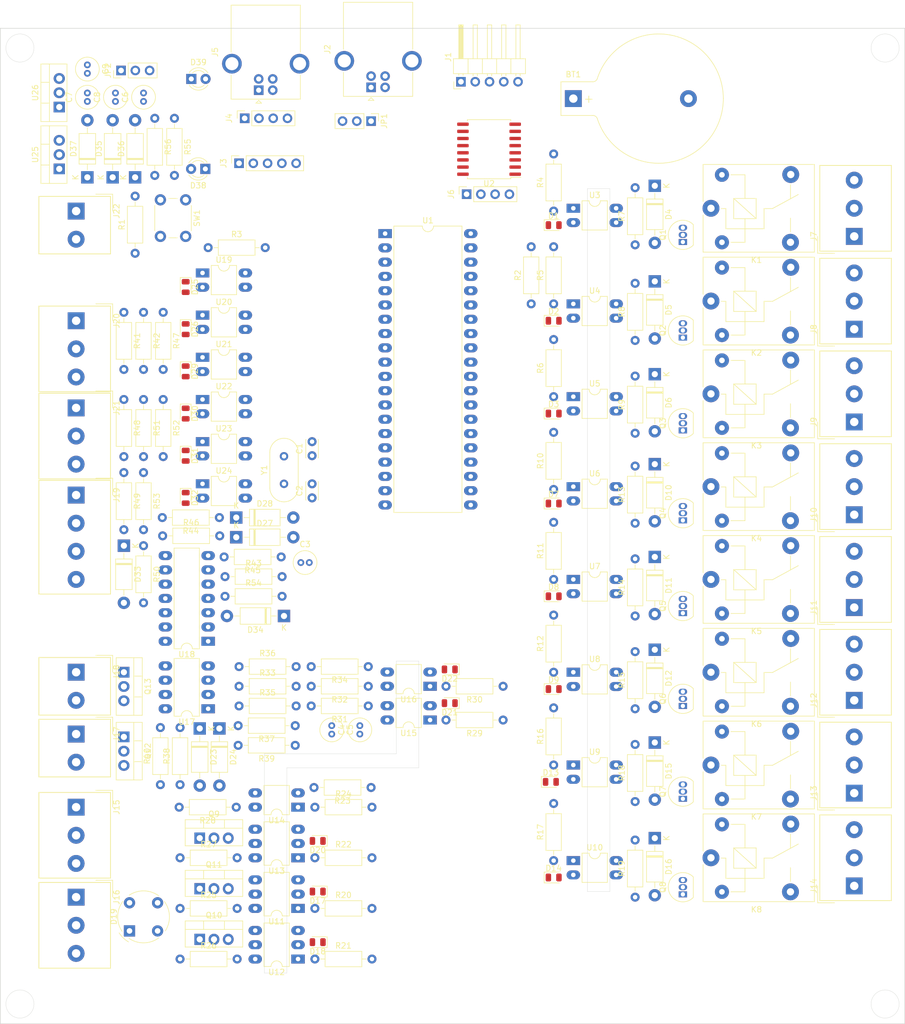
<source format=kicad_pcb>
(kicad_pcb (version 20171130) (host pcbnew "(5.1.4)-1")
  (layers (0 F.Cu signal) (31 B.Cu signal) (34 B.Paste user) (35 F.Paste user) (36 B.SilkS user) (37 F.SilkS user) (38 B.Mask user) (39 F.Mask user) (44 Edge.Cuts user))
  (net 0 "")
  (net 1 "Net-(BT1-Pad1)")
  (net 2 GND)
  (net 3 /Control/OSC1)
  (net 4 /Control/OSC2)
  (net 5 "Net-(C3-Pad2)")
  (net 6 "Net-(C4-Pad2)")
  (net 7 "Net-(C5-Pad2)")
  (net 8 "Net-(C6-Pad1)")
  (net 9 "Net-(C7-Pad1)")
  (net 10 "Net-(C8-Pad1)")
  (net 11 +10V)
  (net 12 "Net-(D1-Pad2)")
  (net 13 "Net-(D2-Pad2)")
  (net 14 "Net-(D3-Pad2)")
  (net 15 "Net-(D4-Pad2)")
  (net 16 +5V)
  (net 17 "Net-(D5-Pad2)")
  (net 18 "Net-(D6-Pad2)")
  (net 19 "Net-(D7-Pad2)")
  (net 20 "Net-(D8-Pad2)")
  (net 21 "Net-(D9-Pad2)")
  (net 22 "Net-(D10-Pad2)")
  (net 23 "Net-(D11-Pad2)")
  (net 24 "Net-(D12-Pad2)")
  (net 25 "Net-(D13-Pad2)")
  (net 26 "Net-(D14-Pad2)")
  (net 27 "Net-(D15-Pad2)")
  (net 28 "Net-(D16-Pad2)")
  (net 29 "Net-(D17-Pad2)")
  (net 30 "Net-(D18-Pad2)")
  (net 31 "Net-(D19-Pad1)")
  (net 32 "Net-(D19-Pad3)")
  (net 33 LineaAC1)
  (net 34 LineaAC2)
  (net 35 "Net-(D20-Pad2)")
  (net 36 "Net-(D21-Pad2)")
  (net 37 "Net-(D22-Pad2)")
  (net 38 "Net-(D23-Pad2)")
  (net 39 "Net-(D24-Pad2)")
  (net 40 IA0.0)
  (net 41 IA0.1)
  (net 42 "Net-(D29-Pad2)")
  (net 43 "Net-(D30-Pad2)")
  (net 44 IA0.2)
  (net 45 IA0.3)
  (net 46 +24V)
  (net 47 I0.2)
  (net 48 I0.3)
  (net 49 "Net-(J1-Pad1)")
  (net 50 "Net-(J2-Pad5)")
  (net 51 /Control/RC5)
  (net 52 /Control/RC4)
  (net 53 VUSB)
  (net 54 TX)
  (net 55 RX)
  (net 56 "Net-(J3-Pad1)")
  (net 57 "Net-(J4-Pad4)")
  (net 58 "Net-(J4-Pad3)")
  (net 59 "Net-(J4-Pad2)")
  (net 60 "Net-(J4-Pad1)")
  (net 61 "Net-(J5-Pad5)")
  (net 62 SDA)
  (net 63 SCL)
  (net 64 /Salidas/Salida_Reles/Rele1/Relay1)
  (net 65 /Salidas/Salida_Reles/Rele1/Relay0)
  (net 66 /Salidas/Salida_Reles/Rele1/Relay2)
  (net 67 "Net-(J9-Pad3)")
  (net 68 /Salidas/Salida_Reles/Rele1/Relay3)
  (net 69 /Salidas/Salida_Reles/Rele1/Relay5)
  (net 70 LineaDC2)
  (net 71 /Salidas/Salida_Reles/Rele1/Relay4)
  (net 72 /Salidas/Salida_Reles/Rele1/Relay6)
  (net 73 "Net-(J12-Pad3)")
  (net 74 /Salidas/Salida_Reles/Rele1/Relay7)
  (net 75 "Net-(J13-Pad2)")
  (net 76 LineaDC1)
  (net 77 "Net-(J14-Pad2)")
  (net 78 /Salidas/Salidas_Triac/Triac1)
  (net 79 /Salidas/Salidas_Triac/Triac0)
  (net 80 /Salidas/Salidas_Triac/Triac2)
  (net 81 /Entradas/A3)
  (net 82 /Entradas/A2)
  (net 83 /Entradas/A1)
  (net 84 /Entradas/A0)
  (net 85 /Entradas/I2)
  (net 86 /Entradas/I1)
  (net 87 /Entradas/I0)
  (net 88 /Entradas/I5)
  (net 89 /Entradas/I4)
  (net 90 /Entradas/I3)
  (net 91 "Net-(JP1-Pad3)")
  (net 92 /Control/RESET)
  (net 93 "Net-(Q1-Pad2)")
  (net 94 "Net-(Q2-Pad2)")
  (net 95 "Net-(Q3-Pad2)")
  (net 96 "Net-(Q4-Pad2)")
  (net 97 "Net-(Q5-Pad2)")
  (net 98 "Net-(Q6-Pad2)")
  (net 99 "Net-(Q7-Pad2)")
  (net 100 "Net-(Q8-Pad2)")
  (net 101 "Net-(Q9-Pad3)")
  (net 102 "Net-(Q10-Pad3)")
  (net 103 "Net-(Q11-Pad3)")
  (net 104 "Net-(Q12-Pad1)")
  (net 105 "Net-(Q13-Pad1)")
  (net 106 Q0.0)
  (net 107 "Net-(R4-Pad1)")
  (net 108 Q0.1)
  (net 109 "Net-(R5-Pad1)")
  (net 110 Q0.2)
  (net 111 "Net-(R6-Pad1)")
  (net 112 "Net-(R7-Pad2)")
  (net 113 "Net-(R8-Pad2)")
  (net 114 "Net-(R9-Pad2)")
  (net 115 Q0.3)
  (net 116 "Net-(R10-Pad1)")
  (net 117 Q0.4)
  (net 118 "Net-(R11-Pad1)")
  (net 119 Q0.5)
  (net 120 "Net-(R12-Pad1)")
  (net 121 "Net-(R13-Pad2)")
  (net 122 "Net-(R14-Pad2)")
  (net 123 "Net-(R15-Pad2)")
  (net 124 Q0.6)
  (net 125 "Net-(R16-Pad1)")
  (net 126 Q0.7)
  (net 127 "Net-(R17-Pad1)")
  (net 128 "Net-(R18-Pad2)")
  (net 129 "Net-(R19-Pad2)")
  (net 130 Q1.2)
  (net 131 "Net-(R20-Pad1)")
  (net 132 Q1.0)
  (net 133 "Net-(R21-Pad1)")
  (net 134 Q1.1)
  (net 135 "Net-(R22-Pad1)")
  (net 136 "Net-(R23-Pad1)")
  (net 137 "Net-(R24-Pad1)")
  (net 138 "Net-(R25-Pad2)")
  (net 139 "Net-(R26-Pad2)")
  (net 140 "Net-(R27-Pad2)")
  (net 141 CxC)
  (net 142 "Net-(R29-Pad2)")
  (net 143 Q1.3)
  (net 144 "Net-(R30-Pad2)")
  (net 145 Q1.4)
  (net 146 "Net-(R31-Pad1)")
  (net 147 "Net-(R32-Pad1)")
  (net 148 "Net-(R33-Pad2)")
  (net 149 "Net-(R34-Pad2)")
  (net 150 "Net-(R35-Pad1)")
  (net 151 "Net-(R36-Pad1)")
  (net 152 "Net-(R41-Pad1)")
  (net 153 "Net-(R42-Pad1)")
  (net 154 "Net-(R43-Pad2)")
  (net 155 "Net-(R44-Pad2)")
  (net 156 "Net-(R47-Pad1)")
  (net 157 "Net-(R48-Pad1)")
  (net 158 "Net-(R49-Pad2)")
  (net 159 "Net-(R50-Pad2)")
  (net 160 "Net-(R51-Pad1)")
  (net 161 "Net-(R52-Pad1)")
  (net 162 I0.1)
  (net 163 I0.0)
  (net 164 "Net-(U1-Pad36)")
  (net 165 "Net-(U1-Pad15)")
  (net 166 I0.5)
  (net 167 I0.4)
  (net 168 "Net-(U2-Pad4)")
  (net 169 "Net-(U2-Pad3)")
  (net 170 "Net-(U2-Pad1)")
  (net 171 "Net-(U11-Pad3)")
  (net 172 "Net-(U11-Pad5)")
  (net 173 "Net-(U12-Pad3)")
  (net 174 "Net-(U12-Pad5)")
  (net 175 "Net-(U13-Pad3)")
  (net 176 "Net-(U13-Pad5)")
  (net 177 "Net-(D38-Pad2)")
  (net 178 "Net-(D39-Pad2)")
  (net 179 "Net-(D25-Pad2)")
  (net 180 "Net-(D26-Pad2)")
  (net 181 "Net-(D31-Pad2)")
  (net 182 "Net-(D32-Pad2)")
  (net 183 "Net-(K1-Pad4)")
  (net 184 "Net-(K2-Pad4)")
  (net 185 "Net-(K3-Pad4)")
  (net 186 "Net-(K4-Pad4)")
  (net 187 "Net-(K5-Pad4)")
  (net 188 "Net-(K6-Pad4)")
  (net 189 "Net-(K7-Pad4)")
  (net 190 "Net-(K8-Pad4)")
  (net 191 /Salidas/Salidas_Mosfet/Salida_Mosfet1)
  (net 192 /Salidas/Salidas_Mosfet/Salida_Mosfet2)
  (module Relay_THT:Relay_SPDT_SANYOU_SRD_Series_Form_C (layer F.Cu) (at 185 164.5)
    (fp_text reference K8 (at 8.1 9.2) (layer F.SilkS))
    (fp_text value Relay8)
    (pad 1 thru_hole circle (at 0 0 90) (size 3 3) (drill 1.3) (layers *.Cu *.Mask) (net 76 LineaDC1))
    (pad 5 thru_hole circle (at 1.95 -5.95 90) (size 2.5 2.5) (drill 1) (layers *.Cu *.Mask) (net 16 +5V))
    (pad 4 thru_hole circle (at 14.2 -6 90) (size 3 3) (drill 1.3) (layers *.Cu *.Mask) (net 190 "Net-(K8-Pad4)"))
    (pad 3 thru_hole circle (at 14.15 6.05 90) (size 3 3) (drill 1.3) (layers *.Cu *.Mask) (net 72 /Salidas/Salida_Reles/Rele1/Relay6))
    (pad 2 thru_hole circle (at 1.95 6.05 90) (size 2.5 2.5) (drill 1) (layers *.Cu *.Mask) (net 28 "Net-(D16-Pad2)"))
  )
  (module Relay_THT:Relay_SPDT_SANYOU_SRD_Series_Form_C (layer F.Cu) (at 185 148)
    (fp_text reference K7 (at 8.1 9.2) (layer F.SilkS))
    (fp_text value Relay7)
    (pad 1 thru_hole circle (at 0 0 90) (size 3 3) (drill 1.3) (layers *.Cu *.Mask) (net 76 LineaDC1))
    (pad 5 thru_hole circle (at 1.95 -5.95 90) (size 2.5 2.5) (drill 1) (layers *.Cu *.Mask) (net 16 +5V))
    (pad 4 thru_hole circle (at 14.2 -6 90) (size 3 3) (drill 1.3) (layers *.Cu *.Mask) (net 189 "Net-(K7-Pad4)"))
    (pad 3 thru_hole circle (at 14.15 6.05 90) (size 3 3) (drill 1.3) (layers *.Cu *.Mask) (net 74 /Salidas/Salida_Reles/Rele1/Relay7))
    (pad 2 thru_hole circle (at 1.95 6.05 90) (size 2.5 2.5) (drill 1) (layers *.Cu *.Mask) (net 27 "Net-(D15-Pad2)"))
  )
  (module Relay_THT:Relay_SPDT_SANYOU_SRD_Series_Form_C (layer F.Cu) (at 185 131.5)
    (fp_text reference K6 (at 8.1 9.2) (layer F.SilkS))
    (fp_text value Relay5)
    (pad 1 thru_hole circle (at 0 0 90) (size 3 3) (drill 1.3) (layers *.Cu *.Mask) (net 76 LineaDC1))
    (pad 5 thru_hole circle (at 1.95 -5.95 90) (size 2.5 2.5) (drill 1) (layers *.Cu *.Mask) (net 16 +5V))
    (pad 4 thru_hole circle (at 14.2 -6 90) (size 3 3) (drill 1.3) (layers *.Cu *.Mask) (net 188 "Net-(K6-Pad4)"))
    (pad 3 thru_hole circle (at 14.15 6.05 90) (size 3 3) (drill 1.3) (layers *.Cu *.Mask) (net 69 /Salidas/Salida_Reles/Rele1/Relay5))
    (pad 2 thru_hole circle (at 1.95 6.05 90) (size 2.5 2.5) (drill 1) (layers *.Cu *.Mask) (net 24 "Net-(D12-Pad2)"))
  )
  (module Relay_THT:Relay_SPDT_SANYOU_SRD_Series_Form_C (layer F.Cu) (at 185 115)
    (fp_text reference K5 (at 8.1 9.2) (layer F.SilkS))
    (fp_text value Relay4)
    (pad 1 thru_hole circle (at 0 0 90) (size 3 3) (drill 1.3) (layers *.Cu *.Mask) (net 76 LineaDC1))
    (pad 5 thru_hole circle (at 1.95 -5.95 90) (size 2.5 2.5) (drill 1) (layers *.Cu *.Mask) (net 16 +5V))
    (pad 4 thru_hole circle (at 14.2 -6 90) (size 3 3) (drill 1.3) (layers *.Cu *.Mask) (net 187 "Net-(K5-Pad4)"))
    (pad 3 thru_hole circle (at 14.15 6.05 90) (size 3 3) (drill 1.3) (layers *.Cu *.Mask) (net 71 /Salidas/Salida_Reles/Rele1/Relay4))
    (pad 2 thru_hole circle (at 1.95 6.05 90) (size 2.5 2.5) (drill 1) (layers *.Cu *.Mask) (net 23 "Net-(D11-Pad2)"))
  )
  (module Relay_THT:Relay_SPDT_SANYOU_SRD_Series_Form_C (layer F.Cu) (at 185 98.5)
    (fp_text reference K4 (at 8.1 9.2) (layer F.SilkS))
    (fp_text value Relay3)
    (pad 1 thru_hole circle (at 0 0 90) (size 3 3) (drill 1.3) (layers *.Cu *.Mask) (net 33 LineaAC1))
    (pad 5 thru_hole circle (at 1.95 -5.95 90) (size 2.5 2.5) (drill 1) (layers *.Cu *.Mask) (net 16 +5V))
    (pad 4 thru_hole circle (at 14.2 -6 90) (size 3 3) (drill 1.3) (layers *.Cu *.Mask) (net 186 "Net-(K4-Pad4)"))
    (pad 3 thru_hole circle (at 14.15 6.05 90) (size 3 3) (drill 1.3) (layers *.Cu *.Mask) (net 68 /Salidas/Salida_Reles/Rele1/Relay3))
    (pad 2 thru_hole circle (at 1.95 6.05 90) (size 2.5 2.5) (drill 1) (layers *.Cu *.Mask) (net 22 "Net-(D10-Pad2)"))
  )
  (module Relay_THT:Relay_SPDT_SANYOU_SRD_Series_Form_C (layer F.Cu) (at 185 82)
    (fp_text reference K3 (at 8.1 9.2) (layer F.SilkS))
    (fp_text value Relay2)
    (pad 1 thru_hole circle (at 0 0 90) (size 3 3) (drill 1.3) (layers *.Cu *.Mask) (net 33 LineaAC1))
    (pad 5 thru_hole circle (at 1.95 -5.95 90) (size 2.5 2.5) (drill 1) (layers *.Cu *.Mask) (net 16 +5V))
    (pad 4 thru_hole circle (at 14.2 -6 90) (size 3 3) (drill 1.3) (layers *.Cu *.Mask) (net 185 "Net-(K3-Pad4)"))
    (pad 3 thru_hole circle (at 14.15 6.05 90) (size 3 3) (drill 1.3) (layers *.Cu *.Mask) (net 66 /Salidas/Salida_Reles/Rele1/Relay2))
    (pad 2 thru_hole circle (at 1.95 6.05 90) (size 2.5 2.5) (drill 1) (layers *.Cu *.Mask) (net 18 "Net-(D6-Pad2)"))
  )
  (module Relay_THT:Relay_SPDT_SANYOU_SRD_Series_Form_C (layer F.Cu) (at 185 65.5)
    (fp_text reference K2 (at 8.1 9.2) (layer F.SilkS))
    (fp_text value Relay1)
    (pad 1 thru_hole circle (at 0 0 90) (size 3 3) (drill 1.3) (layers *.Cu *.Mask) (net 33 LineaAC1))
    (pad 5 thru_hole circle (at 1.95 -5.95 90) (size 2.5 2.5) (drill 1) (layers *.Cu *.Mask) (net 16 +5V))
    (pad 4 thru_hole circle (at 14.2 -6 90) (size 3 3) (drill 1.3) (layers *.Cu *.Mask) (net 184 "Net-(K2-Pad4)"))
    (pad 3 thru_hole circle (at 14.15 6.05 90) (size 3 3) (drill 1.3) (layers *.Cu *.Mask) (net 64 /Salidas/Salida_Reles/Rele1/Relay1))
    (pad 2 thru_hole circle (at 1.95 6.05 90) (size 2.5 2.5) (drill 1) (layers *.Cu *.Mask) (net 17 "Net-(D5-Pad2)"))
  )
  (module Relay_THT:Relay_SPDT_SANYOU_SRD_Series_Form_C (layer F.Cu) (at 185 49)
    (fp_text reference K1 (at 8.1 9.2) (layer F.SilkS))
    (fp_text value Relay0)
    (pad 1 thru_hole circle (at 0 0 90) (size 3 3) (drill 1.3) (layers *.Cu *.Mask) (net 33 LineaAC1))
    (pad 5 thru_hole circle (at 1.95 -5.95 90) (size 2.5 2.5) (drill 1) (layers *.Cu *.Mask) (net 16 +5V))
    (pad 4 thru_hole circle (at 14.2 -6 90) (size 3 3) (drill 1.3) (layers *.Cu *.Mask) (net 183 "Net-(K1-Pad4)"))
    (pad 3 thru_hole circle (at 14.15 6.05 90) (size 3 3) (drill 1.3) (layers *.Cu *.Mask) (net 65 /Salidas/Salida_Reles/Rele1/Relay0))
    (pad 2 thru_hole circle (at 1.95 6.05 90) (size 2.5 2.5) (drill 1) (layers *.Cu *.Mask) (net 15 "Net-(D4-Pad2)"))
  )
  (module LED_SMD:LED_0805_2012Metric (layer F.Cu) (at 138.5 131 180)
    (fp_text reference D22 (at 0 -1.65) (layer F.SilkS))
    (fp_text value LED)
    (pad 2 smd roundrect (at 0.9375 0 180) (size 0.975 1.4) (layers F.Cu F.Paste F.Mask) (net 37 "Net-(D22-Pad2)"))
    (pad 1 smd roundrect (at -0.9375 0 180) (size 0.975 1.4) (layers F.Cu F.Paste F.Mask) (net 2 GND))
  )
  (module LED_SMD:LED_0805_2012Metric (layer F.Cu) (at 138.5 137 180)
    (fp_text reference D21 (at 0 -1.65) (layer F.SilkS))
    (fp_text value LED)
    (pad 2 smd roundrect (at 0.9375 0 180) (size 0.975 1.4) (layers F.Cu F.Paste F.Mask) (net 36 "Net-(D21-Pad2)"))
    (pad 1 smd roundrect (at -0.9375 0 180) (size 0.975 1.4) (layers F.Cu F.Paste F.Mask) (net 2 GND))
  )
  (module TerminalBlock_Altech:Altech_AK300_1x02_P5.00mm_45-Degree (layer F.Cu) (at 72 49.5 270)
    (fp_text reference J22 (at 0 -7.2 90) (layer F.SilkS))
    (fp_text value Screw_Terminal_01x02)
    (pad 2 thru_hole circle (at 5 0 270) (size 3 3) (drill 1.5) (layers *.Cu *.Mask) (net 2 GND))
    (pad 1 thru_hole rect (at 0 0 270) (size 3 3) (drill 1.5) (layers *.Cu *.Mask) (net 46 +24V))
  )
  (module Crystal:Crystal_HC18-U_Vertical (layer F.Cu) (at 109 98 90)
    (fp_text reference Y1 (at 2.45 -3.525 90) (layer F.SilkS))
    (fp_text value Crystal)
    (pad 2 thru_hole circle (at 4.9 0 90) (size 1.5 1.5) (drill 0.8) (layers *.Cu *.Mask) (net 3 /Control/OSC1))
    (pad 1 thru_hole circle (at 0 0 90) (size 1.5 1.5) (drill 0.8) (layers *.Cu *.Mask) (net 4 /Control/OSC2))
  )
  (module Package_TO_SOT_THT:TO-220-3_Vertical (layer F.Cu) (at 69 31 90)
    (fp_text reference U26 (at 2.54 -4.27 90) (layer F.SilkS))
    (fp_text value LM7810_TO220)
    (pad 3 thru_hole oval (at 5.08 0 90) (size 1.905 2) (drill 1.1) (layers *.Cu *.Mask) (net 11 +10V))
    (pad 2 thru_hole oval (at 2.54 0 90) (size 1.905 2) (drill 1.1) (layers *.Cu *.Mask) (net 2 GND))
    (pad 1 thru_hole rect (at 0 0 90) (size 1.905 2) (drill 1.1) (layers *.Cu *.Mask) (net 9 "Net-(C7-Pad1)"))
  )
  (module Package_TO_SOT_THT:TO-220-3_Vertical (layer F.Cu) (at 69 42 90)
    (fp_text reference U25 (at 2.54 -4.27 90) (layer F.SilkS))
    (fp_text value LM7805_TO220)
    (pad 3 thru_hole oval (at 5.08 0 90) (size 1.905 2) (drill 1.1) (layers *.Cu *.Mask) (net 10 "Net-(C8-Pad1)"))
    (pad 2 thru_hole oval (at 2.54 0 90) (size 1.905 2) (drill 1.1) (layers *.Cu *.Mask) (net 2 GND))
    (pad 1 thru_hole rect (at 0 0 90) (size 1.905 2) (drill 1.1) (layers *.Cu *.Mask) (net 8 "Net-(C6-Pad1)"))
  )
  (module Package_DIP:DIP-4_W7.62mm_LongPads (layer F.Cu) (at 94.5 98)
    (fp_text reference U24 (at 3.81 -2.33) (layer F.SilkS))
    (fp_text value PC817)
    (pad 4 thru_hole oval (at 7.62 0) (size 2.4 1.6) (drill 0.8) (layers *.Cu *.Mask) (net 16 +5V))
    (pad 2 thru_hole oval (at 0 2.54) (size 2.4 1.6) (drill 0.8) (layers *.Cu *.Mask) (net 182 "Net-(D32-Pad2)"))
    (pad 3 thru_hole oval (at 7.62 2.54) (size 2.4 1.6) (drill 0.8) (layers *.Cu *.Mask) (net 166 I0.5))
    (pad 1 thru_hole rect (at 0 0) (size 2.4 1.6) (drill 0.8) (layers *.Cu *.Mask) (net 161 "Net-(R52-Pad1)"))
  )
  (module Package_DIP:DIP-4_W7.62mm_LongPads (layer F.Cu) (at 94.5 90.5)
    (fp_text reference U23 (at 3.81 -2.33) (layer F.SilkS))
    (fp_text value PC817)
    (pad 4 thru_hole oval (at 7.62 0) (size 2.4 1.6) (drill 0.8) (layers *.Cu *.Mask) (net 16 +5V))
    (pad 2 thru_hole oval (at 0 2.54) (size 2.4 1.6) (drill 0.8) (layers *.Cu *.Mask) (net 181 "Net-(D31-Pad2)"))
    (pad 3 thru_hole oval (at 7.62 2.54) (size 2.4 1.6) (drill 0.8) (layers *.Cu *.Mask) (net 167 I0.4))
    (pad 1 thru_hole rect (at 0 0) (size 2.4 1.6) (drill 0.8) (layers *.Cu *.Mask) (net 160 "Net-(R51-Pad1)"))
  )
  (module Package_DIP:DIP-4_W7.62mm_LongPads (layer F.Cu) (at 94.5 83)
    (fp_text reference U22 (at 3.81 -2.33) (layer F.SilkS))
    (fp_text value PC817)
    (pad 4 thru_hole oval (at 7.62 0) (size 2.4 1.6) (drill 0.8) (layers *.Cu *.Mask) (net 16 +5V))
    (pad 2 thru_hole oval (at 0 2.54) (size 2.4 1.6) (drill 0.8) (layers *.Cu *.Mask) (net 43 "Net-(D30-Pad2)"))
    (pad 3 thru_hole oval (at 7.62 2.54) (size 2.4 1.6) (drill 0.8) (layers *.Cu *.Mask) (net 48 I0.3))
    (pad 1 thru_hole rect (at 0 0) (size 2.4 1.6) (drill 0.8) (layers *.Cu *.Mask) (net 157 "Net-(R48-Pad1)"))
  )
  (module Package_DIP:DIP-4_W7.62mm_LongPads (layer F.Cu) (at 94.5 75.5)
    (fp_text reference U21 (at 3.81 -2.33) (layer F.SilkS))
    (fp_text value PC817)
    (pad 4 thru_hole oval (at 7.62 0) (size 2.4 1.6) (drill 0.8) (layers *.Cu *.Mask) (net 16 +5V))
    (pad 2 thru_hole oval (at 0 2.54) (size 2.4 1.6) (drill 0.8) (layers *.Cu *.Mask) (net 42 "Net-(D29-Pad2)"))
    (pad 3 thru_hole oval (at 7.62 2.54) (size 2.4 1.6) (drill 0.8) (layers *.Cu *.Mask) (net 47 I0.2))
    (pad 1 thru_hole rect (at 0 0) (size 2.4 1.6) (drill 0.8) (layers *.Cu *.Mask) (net 156 "Net-(R47-Pad1)"))
  )
  (module Package_DIP:DIP-4_W7.62mm_LongPads (layer F.Cu) (at 94.5 68)
    (fp_text reference U20 (at 3.81 -2.33) (layer F.SilkS))
    (fp_text value PC817)
    (pad 4 thru_hole oval (at 7.62 0) (size 2.4 1.6) (drill 0.8) (layers *.Cu *.Mask) (net 16 +5V))
    (pad 2 thru_hole oval (at 0 2.54) (size 2.4 1.6) (drill 0.8) (layers *.Cu *.Mask) (net 180 "Net-(D26-Pad2)"))
    (pad 3 thru_hole oval (at 7.62 2.54) (size 2.4 1.6) (drill 0.8) (layers *.Cu *.Mask) (net 162 I0.1))
    (pad 1 thru_hole rect (at 0 0) (size 2.4 1.6) (drill 0.8) (layers *.Cu *.Mask) (net 153 "Net-(R42-Pad1)"))
  )
  (module Package_DIP:DIP-4_W7.62mm_LongPads (layer F.Cu) (at 94.5 60.5)
    (fp_text reference U19 (at 3.81 -2.33) (layer F.SilkS))
    (fp_text value PC817)
    (pad 4 thru_hole oval (at 7.62 0) (size 2.4 1.6) (drill 0.8) (layers *.Cu *.Mask) (net 16 +5V))
    (pad 2 thru_hole oval (at 0 2.54) (size 2.4 1.6) (drill 0.8) (layers *.Cu *.Mask) (net 179 "Net-(D25-Pad2)"))
    (pad 3 thru_hole oval (at 7.62 2.54) (size 2.4 1.6) (drill 0.8) (layers *.Cu *.Mask) (net 163 I0.0))
    (pad 1 thru_hole rect (at 0 0) (size 2.4 1.6) (drill 0.8) (layers *.Cu *.Mask) (net 152 "Net-(R41-Pad1)"))
  )
  (module Package_DIP:DIP-14_W7.62mm_LongPads (layer F.Cu) (at 95.5 126 180)
    (fp_text reference U18 (at 3.81 -2.33) (layer F.SilkS))
    (fp_text value LM324A)
    (pad 14 thru_hole oval (at 7.62 0 180) (size 2.4 1.6) (drill 0.8) (layers *.Cu *.Mask) (net 159 "Net-(R50-Pad2)"))
    (pad 7 thru_hole oval (at 0 15.24 180) (size 2.4 1.6) (drill 0.8) (layers *.Cu *.Mask) (net 155 "Net-(R44-Pad2)"))
    (pad 13 thru_hole oval (at 7.62 2.54 180) (size 2.4 1.6) (drill 0.8) (layers *.Cu *.Mask) (net 159 "Net-(R50-Pad2)"))
    (pad 6 thru_hole oval (at 0 12.7 180) (size 2.4 1.6) (drill 0.8) (layers *.Cu *.Mask) (net 155 "Net-(R44-Pad2)"))
    (pad 12 thru_hole oval (at 7.62 5.08 180) (size 2.4 1.6) (drill 0.8) (layers *.Cu *.Mask) (net 81 /Entradas/A3))
    (pad 5 thru_hole oval (at 0 10.16 180) (size 2.4 1.6) (drill 0.8) (layers *.Cu *.Mask) (net 83 /Entradas/A1))
    (pad 11 thru_hole oval (at 7.62 7.62 180) (size 2.4 1.6) (drill 0.8) (layers *.Cu *.Mask) (net 2 GND))
    (pad 4 thru_hole oval (at 0 7.62 180) (size 2.4 1.6) (drill 0.8) (layers *.Cu *.Mask) (net 11 +10V))
    (pad 10 thru_hole oval (at 7.62 10.16 180) (size 2.4 1.6) (drill 0.8) (layers *.Cu *.Mask) (net 82 /Entradas/A2))
    (pad 3 thru_hole oval (at 0 5.08 180) (size 2.4 1.6) (drill 0.8) (layers *.Cu *.Mask) (net 84 /Entradas/A0))
    (pad 9 thru_hole oval (at 7.62 12.7 180) (size 2.4 1.6) (drill 0.8) (layers *.Cu *.Mask) (net 158 "Net-(R49-Pad2)"))
    (pad 2 thru_hole oval (at 0 2.54 180) (size 2.4 1.6) (drill 0.8) (layers *.Cu *.Mask) (net 154 "Net-(R43-Pad2)"))
    (pad 8 thru_hole oval (at 7.62 15.24 180) (size 2.4 1.6) (drill 0.8) (layers *.Cu *.Mask) (net 158 "Net-(R49-Pad2)"))
    (pad 1 thru_hole rect (at 0 0 180) (size 2.4 1.6) (drill 0.8) (layers *.Cu *.Mask) (net 154 "Net-(R43-Pad2)"))
  )
  (module Package_DIP:DIP-8_W7.62mm_LongPads (layer F.Cu) (at 95.5 138 180)
    (fp_text reference U17 (at 3.81 -2.33) (layer F.SilkS))
    (fp_text value LM358)
    (pad 8 thru_hole oval (at 7.62 0 180) (size 2.4 1.6) (drill 0.8) (layers *.Cu *.Mask) (net 46 +24V))
    (pad 4 thru_hole oval (at 0 7.62 180) (size 2.4 1.6) (drill 0.8) (layers *.Cu *.Mask) (net 2 GND))
    (pad 7 thru_hole oval (at 7.62 2.54 180) (size 2.4 1.6) (drill 0.8) (layers *.Cu *.Mask) (net 151 "Net-(R36-Pad1)"))
    (pad 3 thru_hole oval (at 0 5.08 180) (size 2.4 1.6) (drill 0.8) (layers *.Cu *.Mask) (net 6 "Net-(C4-Pad2)"))
    (pad 6 thru_hole oval (at 7.62 5.08 180) (size 2.4 1.6) (drill 0.8) (layers *.Cu *.Mask) (net 149 "Net-(R34-Pad2)"))
    (pad 2 thru_hole oval (at 0 2.54 180) (size 2.4 1.6) (drill 0.8) (layers *.Cu *.Mask) (net 148 "Net-(R33-Pad2)"))
    (pad 5 thru_hole oval (at 7.62 7.62 180) (size 2.4 1.6) (drill 0.8) (layers *.Cu *.Mask) (net 7 "Net-(C5-Pad2)"))
    (pad 1 thru_hole rect (at 0 0 180) (size 2.4 1.6) (drill 0.8) (layers *.Cu *.Mask) (net 150 "Net-(R35-Pad1)"))
  )
  (module Package_DIP:DIP-4_W7.62mm_LongPads (layer F.Cu) (at 135 134 180)
    (fp_text reference U16 (at 3.81 -2.33) (layer F.SilkS))
    (fp_text value PC817)
    (pad 4 thru_hole oval (at 7.62 0 180) (size 2.4 1.6) (drill 0.8) (layers *.Cu *.Mask) (net 16 +5V))
    (pad 2 thru_hole oval (at 0 2.54 180) (size 2.4 1.6) (drill 0.8) (layers *.Cu *.Mask) (net 37 "Net-(D22-Pad2)"))
    (pad 3 thru_hole oval (at 7.62 2.54 180) (size 2.4 1.6) (drill 0.8) (layers *.Cu *.Mask) (net 147 "Net-(R32-Pad1)"))
    (pad 1 thru_hole rect (at 0 0 180) (size 2.4 1.6) (drill 0.8) (layers *.Cu *.Mask) (net 144 "Net-(R30-Pad2)"))
  )
  (module Package_DIP:DIP-4_W7.62mm_LongPads (layer F.Cu) (at 135 140 180)
    (fp_text reference U15 (at 3.81 -2.33) (layer F.SilkS))
    (fp_text value PC817)
    (pad 4 thru_hole oval (at 7.62 0 180) (size 2.4 1.6) (drill 0.8) (layers *.Cu *.Mask) (net 16 +5V))
    (pad 2 thru_hole oval (at 0 2.54 180) (size 2.4 1.6) (drill 0.8) (layers *.Cu *.Mask) (net 36 "Net-(D21-Pad2)"))
    (pad 3 thru_hole oval (at 7.62 2.54 180) (size 2.4 1.6) (drill 0.8) (layers *.Cu *.Mask) (net 146 "Net-(R31-Pad1)"))
    (pad 1 thru_hole rect (at 0 0 180) (size 2.4 1.6) (drill 0.8) (layers *.Cu *.Mask) (net 142 "Net-(R29-Pad2)"))
  )
  (module Package_DIP:DIP-4_W7.62mm_LongPads (layer F.Cu) (at 111.5 155.5 180)
    (fp_text reference U14 (at 3.81 -2.33) (layer F.SilkS))
    (fp_text value PC817)
    (pad 4 thru_hole oval (at 7.62 0 180) (size 2.4 1.6) (drill 0.8) (layers *.Cu *.Mask) (net 141 CxC))
    (pad 2 thru_hole oval (at 0 2.54 180) (size 2.4 1.6) (drill 0.8) (layers *.Cu *.Mask) (net 32 "Net-(D19-Pad3)"))
    (pad 3 thru_hole oval (at 7.62 2.54 180) (size 2.4 1.6) (drill 0.8) (layers *.Cu *.Mask) (net 2 GND))
    (pad 1 thru_hole rect (at 0 0 180) (size 2.4 1.6) (drill 0.8) (layers *.Cu *.Mask) (net 137 "Net-(R24-Pad1)"))
  )
  (module Package_DIP:DIP-6_W7.62mm_LongPads (layer F.Cu) (at 111.5 164.5 180)
    (fp_text reference U13 (at 3.81 -2.33) (layer F.SilkS))
    (fp_text value MOC3021M)
    (pad 6 thru_hole oval (at 7.62 0 180) (size 2.4 1.6) (drill 0.8) (layers *.Cu *.Mask) (net 140 "Net-(R27-Pad2)"))
    (pad 3 thru_hole oval (at 0 5.08 180) (size 2.4 1.6) (drill 0.8) (layers *.Cu *.Mask) (net 175 "Net-(U13-Pad3)"))
    (pad 5 thru_hole oval (at 7.62 2.54 180) (size 2.4 1.6) (drill 0.8) (layers *.Cu *.Mask) (net 176 "Net-(U13-Pad5)"))
    (pad 2 thru_hole oval (at 0 2.54 180) (size 2.4 1.6) (drill 0.8) (layers *.Cu *.Mask) (net 35 "Net-(D20-Pad2)"))
    (pad 4 thru_hole oval (at 7.62 5.08 180) (size 2.4 1.6) (drill 0.8) (layers *.Cu *.Mask) (net 103 "Net-(Q11-Pad3)"))
    (pad 1 thru_hole rect (at 0 0 180) (size 2.4 1.6) (drill 0.8) (layers *.Cu *.Mask) (net 135 "Net-(R22-Pad1)"))
  )
  (module Package_DIP:DIP-6_W7.62mm_LongPads (layer F.Cu) (at 111.5 182.5 180)
    (fp_text reference U12 (at 3.81 -2.33) (layer F.SilkS))
    (fp_text value MOC3021M)
    (pad 6 thru_hole oval (at 7.62 0 180) (size 2.4 1.6) (drill 0.8) (layers *.Cu *.Mask) (net 139 "Net-(R26-Pad2)"))
    (pad 3 thru_hole oval (at 0 5.08 180) (size 2.4 1.6) (drill 0.8) (layers *.Cu *.Mask) (net 173 "Net-(U12-Pad3)"))
    (pad 5 thru_hole oval (at 7.62 2.54 180) (size 2.4 1.6) (drill 0.8) (layers *.Cu *.Mask) (net 174 "Net-(U12-Pad5)"))
    (pad 2 thru_hole oval (at 0 2.54 180) (size 2.4 1.6) (drill 0.8) (layers *.Cu *.Mask) (net 30 "Net-(D18-Pad2)"))
    (pad 4 thru_hole oval (at 7.62 5.08 180) (size 2.4 1.6) (drill 0.8) (layers *.Cu *.Mask) (net 102 "Net-(Q10-Pad3)"))
    (pad 1 thru_hole rect (at 0 0 180) (size 2.4 1.6) (drill 0.8) (layers *.Cu *.Mask) (net 133 "Net-(R21-Pad1)"))
  )
  (module Package_DIP:DIP-6_W7.62mm_LongPads (layer F.Cu) (at 111.5 173.5 180)
    (fp_text reference U11 (at 3.81 -2.33) (layer F.SilkS))
    (fp_text value MOC3021M)
    (pad 6 thru_hole oval (at 7.62 0 180) (size 2.4 1.6) (drill 0.8) (layers *.Cu *.Mask) (net 138 "Net-(R25-Pad2)"))
    (pad 3 thru_hole oval (at 0 5.08 180) (size 2.4 1.6) (drill 0.8) (layers *.Cu *.Mask) (net 171 "Net-(U11-Pad3)"))
    (pad 5 thru_hole oval (at 7.62 2.54 180) (size 2.4 1.6) (drill 0.8) (layers *.Cu *.Mask) (net 172 "Net-(U11-Pad5)"))
    (pad 2 thru_hole oval (at 0 2.54 180) (size 2.4 1.6) (drill 0.8) (layers *.Cu *.Mask) (net 29 "Net-(D17-Pad2)"))
    (pad 4 thru_hole oval (at 7.62 5.08 180) (size 2.4 1.6) (drill 0.8) (layers *.Cu *.Mask) (net 101 "Net-(Q9-Pad3)"))
    (pad 1 thru_hole rect (at 0 0 180) (size 2.4 1.6) (drill 0.8) (layers *.Cu *.Mask) (net 131 "Net-(R20-Pad1)"))
  )
  (module Package_DIP:DIP-4_W7.62mm_LongPads (layer F.Cu) (at 160.5 165)
    (fp_text reference U10 (at 3.81 -2.33) (layer F.SilkS))
    (fp_text value PC817)
    (pad 1 thru_hole rect (at 0 0) (size 2.4 1.6) (drill 0.8) (layers *.Cu *.Mask) (net 127 "Net-(R17-Pad1)"))
    (pad 3 thru_hole oval (at 7.62 2.54) (size 2.4 1.6) (drill 0.8) (layers *.Cu *.Mask) (net 129 "Net-(R19-Pad2)"))
    (pad 2 thru_hole oval (at 0 2.54) (size 2.4 1.6) (drill 0.8) (layers *.Cu *.Mask) (net 26 "Net-(D14-Pad2)"))
    (pad 4 thru_hole oval (at 7.62 0) (size 2.4 1.6) (drill 0.8) (layers *.Cu *.Mask) (net 16 +5V))
  )
  (module Package_DIP:DIP-4_W7.62mm_LongPads (layer F.Cu) (at 160.5 148)
    (fp_text reference U9 (at 3.81 -2.33) (layer F.SilkS))
    (fp_text value PC817)
    (pad 4 thru_hole oval (at 7.62 0) (size 2.4 1.6) (drill 0.8) (layers *.Cu *.Mask) (net 16 +5V))
    (pad 2 thru_hole oval (at 0 2.54) (size 2.4 1.6) (drill 0.8) (layers *.Cu *.Mask) (net 25 "Net-(D13-Pad2)"))
    (pad 3 thru_hole oval (at 7.62 2.54) (size 2.4 1.6) (drill 0.8) (layers *.Cu *.Mask) (net 128 "Net-(R18-Pad2)"))
    (pad 1 thru_hole rect (at 0 0) (size 2.4 1.6) (drill 0.8) (layers *.Cu *.Mask) (net 125 "Net-(R16-Pad1)"))
  )
  (module Package_DIP:DIP-4_W7.62mm_LongPads (layer F.Cu) (at 160.5 131.5)
    (fp_text reference U8 (at 3.81 -2.33) (layer F.SilkS))
    (fp_text value PC817)
    (pad 4 thru_hole oval (at 7.62 0) (size 2.4 1.6) (drill 0.8) (layers *.Cu *.Mask) (net 16 +5V))
    (pad 2 thru_hole oval (at 0 2.54) (size 2.4 1.6) (drill 0.8) (layers *.Cu *.Mask) (net 21 "Net-(D9-Pad2)"))
    (pad 3 thru_hole oval (at 7.62 2.54) (size 2.4 1.6) (drill 0.8) (layers *.Cu *.Mask) (net 123 "Net-(R15-Pad2)"))
    (pad 1 thru_hole rect (at 0 0) (size 2.4 1.6) (drill 0.8) (layers *.Cu *.Mask) (net 120 "Net-(R12-Pad1)"))
  )
  (module Package_DIP:DIP-4_W7.62mm_LongPads (layer F.Cu) (at 160.5 115)
    (fp_text reference U7 (at 3.81 -2.33) (layer F.SilkS))
    (fp_text value PC817)
    (pad 4 thru_hole oval (at 7.62 0) (size 2.4 1.6) (drill 0.8) (layers *.Cu *.Mask) (net 16 +5V))
    (pad 2 thru_hole oval (at 0 2.54) (size 2.4 1.6) (drill 0.8) (layers *.Cu *.Mask) (net 20 "Net-(D8-Pad2)"))
    (pad 3 thru_hole oval (at 7.62 2.54) (size 2.4 1.6) (drill 0.8) (layers *.Cu *.Mask) (net 122 "Net-(R14-Pad2)"))
    (pad 1 thru_hole rect (at 0 0) (size 2.4 1.6) (drill 0.8) (layers *.Cu *.Mask) (net 118 "Net-(R11-Pad1)"))
  )
  (module Package_DIP:DIP-4_W7.62mm_LongPads (layer F.Cu) (at 160.5 98.5)
    (fp_text reference U6 (at 3.81 -2.33) (layer F.SilkS))
    (fp_text value PC817)
    (pad 4 thru_hole oval (at 7.62 0) (size 2.4 1.6) (drill 0.8) (layers *.Cu *.Mask) (net 16 +5V))
    (pad 2 thru_hole oval (at 0 2.54) (size 2.4 1.6) (drill 0.8) (layers *.Cu *.Mask) (net 19 "Net-(D7-Pad2)"))
    (pad 3 thru_hole oval (at 7.62 2.54) (size 2.4 1.6) (drill 0.8) (layers *.Cu *.Mask) (net 121 "Net-(R13-Pad2)"))
    (pad 1 thru_hole rect (at 0 0) (size 2.4 1.6) (drill 0.8) (layers *.Cu *.Mask) (net 116 "Net-(R10-Pad1)"))
  )
  (module Package_DIP:DIP-4_W7.62mm_LongPads (layer F.Cu) (at 160.5 82.5)
    (fp_text reference U5 (at 3.81 -2.33) (layer F.SilkS))
    (fp_text value PC817)
    (pad 4 thru_hole oval (at 7.62 0) (size 2.4 1.6) (drill 0.8) (layers *.Cu *.Mask) (net 16 +5V))
    (pad 2 thru_hole oval (at 0 2.54) (size 2.4 1.6) (drill 0.8) (layers *.Cu *.Mask) (net 14 "Net-(D3-Pad2)"))
    (pad 3 thru_hole oval (at 7.62 2.54) (size 2.4 1.6) (drill 0.8) (layers *.Cu *.Mask) (net 114 "Net-(R9-Pad2)"))
    (pad 1 thru_hole rect (at 0 0) (size 2.4 1.6) (drill 0.8) (layers *.Cu *.Mask) (net 111 "Net-(R6-Pad1)"))
  )
  (module Package_DIP:DIP-4_W7.62mm_LongPads (layer F.Cu) (at 160.5 66)
    (fp_text reference U4 (at 3.81 -2.33) (layer F.SilkS))
    (fp_text value PC817)
    (pad 4 thru_hole oval (at 7.62 0) (size 2.4 1.6) (drill 0.8) (layers *.Cu *.Mask) (net 16 +5V))
    (pad 2 thru_hole oval (at 0 2.54) (size 2.4 1.6) (drill 0.8) (layers *.Cu *.Mask) (net 13 "Net-(D2-Pad2)"))
    (pad 3 thru_hole oval (at 7.62 2.54) (size 2.4 1.6) (drill 0.8) (layers *.Cu *.Mask) (net 113 "Net-(R8-Pad2)"))
    (pad 1 thru_hole rect (at 0 0) (size 2.4 1.6) (drill 0.8) (layers *.Cu *.Mask) (net 109 "Net-(R5-Pad1)"))
  )
  (module Package_DIP:DIP-4_W7.62mm_LongPads (layer F.Cu) (at 160.5 49)
    (fp_text reference U3 (at 3.81 -2.33) (layer F.SilkS))
    (fp_text value PC817)
    (pad 4 thru_hole oval (at 7.62 0) (size 2.4 1.6) (drill 0.8) (layers *.Cu *.Mask) (net 16 +5V))
    (pad 2 thru_hole oval (at 0 2.54) (size 2.4 1.6) (drill 0.8) (layers *.Cu *.Mask) (net 12 "Net-(D1-Pad2)"))
    (pad 3 thru_hole oval (at 7.62 2.54) (size 2.4 1.6) (drill 0.8) (layers *.Cu *.Mask) (net 112 "Net-(R7-Pad2)"))
    (pad 1 thru_hole rect (at 0 0) (size 2.4 1.6) (drill 0.8) (layers *.Cu *.Mask) (net 107 "Net-(R4-Pad1)"))
  )
  (module Package_SO:SOIC-16W_7.5x10.3mm_P1.27mm (layer F.Cu) (at 145.5 38.5 180)
    (fp_text reference U2 (at 0 -6.1) (layer F.SilkS))
    (fp_text value DS3231M)
    (pad 16 smd roundrect (at 4.65 -4.445 180) (size 2.05 0.6) (layers F.Cu F.Paste F.Mask) (net 63 SCL))
    (pad 15 smd roundrect (at 4.65 -3.175 180) (size 2.05 0.6) (layers F.Cu F.Paste F.Mask) (net 62 SDA))
    (pad 14 smd roundrect (at 4.65 -1.905 180) (size 2.05 0.6) (layers F.Cu F.Paste F.Mask) (net 1 "Net-(BT1-Pad1)"))
    (pad 13 smd roundrect (at 4.65 -0.635 180) (size 2.05 0.6) (layers F.Cu F.Paste F.Mask) (net 2 GND))
    (pad 12 smd roundrect (at 4.65 0.635 180) (size 2.05 0.6) (layers F.Cu F.Paste F.Mask) (net 2 GND))
    (pad 11 smd roundrect (at 4.65 1.905 180) (size 2.05 0.6) (layers F.Cu F.Paste F.Mask) (net 2 GND))
    (pad 10 smd roundrect (at 4.65 3.175 180) (size 2.05 0.6) (layers F.Cu F.Paste F.Mask) (net 2 GND))
    (pad 9 smd roundrect (at 4.65 4.445 180) (size 2.05 0.6) (layers F.Cu F.Paste F.Mask) (net 2 GND))
    (pad 8 smd roundrect (at -4.65 4.445 180) (size 2.05 0.6) (layers F.Cu F.Paste F.Mask) (net 2 GND))
    (pad 7 smd roundrect (at -4.65 3.175 180) (size 2.05 0.6) (layers F.Cu F.Paste F.Mask) (net 2 GND))
    (pad 6 smd roundrect (at -4.65 1.905 180) (size 2.05 0.6) (layers F.Cu F.Paste F.Mask) (net 2 GND))
    (pad 5 smd roundrect (at -4.65 0.635 180) (size 2.05 0.6) (layers F.Cu F.Paste F.Mask) (net 2 GND))
    (pad 4 smd roundrect (at -4.65 -0.635 180) (size 2.05 0.6) (layers F.Cu F.Paste F.Mask) (net 168 "Net-(U2-Pad4)"))
    (pad 3 smd roundrect (at -4.65 -1.905 180) (size 2.05 0.6) (layers F.Cu F.Paste F.Mask) (net 169 "Net-(U2-Pad3)"))
    (pad 2 smd roundrect (at -4.65 -3.175 180) (size 2.05 0.6) (layers F.Cu F.Paste F.Mask) (net 16 +5V))
    (pad 1 smd roundrect (at -4.65 -4.445 180) (size 2.05 0.6) (layers F.Cu F.Paste F.Mask) (net 170 "Net-(U2-Pad1)"))
  )
  (module Package_DIP:DIP-40_W15.24mm_LongPads (layer F.Cu) (at 127 53.5)
    (fp_text reference U1 (at 7.62 -2.33) (layer F.SilkS))
    (fp_text value PIC18F4550-IP)
    (pad 40 thru_hole oval (at 15.24 0) (size 2.4 1.6) (drill 0.8) (layers *.Cu *.Mask) (net 48 I0.3))
    (pad 20 thru_hole oval (at 0 48.26) (size 2.4 1.6) (drill 0.8) (layers *.Cu *.Mask) (net 108 Q0.1))
    (pad 39 thru_hole oval (at 15.24 2.54) (size 2.4 1.6) (drill 0.8) (layers *.Cu *.Mask) (net 47 I0.2))
    (pad 19 thru_hole oval (at 0 45.72) (size 2.4 1.6) (drill 0.8) (layers *.Cu *.Mask) (net 106 Q0.0))
    (pad 38 thru_hole oval (at 15.24 5.08) (size 2.4 1.6) (drill 0.8) (layers *.Cu *.Mask) (net 162 I0.1))
    (pad 18 thru_hole oval (at 0 43.18) (size 2.4 1.6) (drill 0.8) (layers *.Cu *.Mask) (net 5 "Net-(C3-Pad2)"))
    (pad 37 thru_hole oval (at 15.24 7.62) (size 2.4 1.6) (drill 0.8) (layers *.Cu *.Mask) (net 163 I0.0))
    (pad 17 thru_hole oval (at 0 40.64) (size 2.4 1.6) (drill 0.8) (layers *.Cu *.Mask) (net 145 Q1.4))
    (pad 36 thru_hole oval (at 15.24 10.16) (size 2.4 1.6) (drill 0.8) (layers *.Cu *.Mask) (net 164 "Net-(U1-Pad36)"))
    (pad 16 thru_hole oval (at 0 38.1) (size 2.4 1.6) (drill 0.8) (layers *.Cu *.Mask) (net 143 Q1.3))
    (pad 35 thru_hole oval (at 15.24 12.7) (size 2.4 1.6) (drill 0.8) (layers *.Cu *.Mask) (net 141 CxC))
    (pad 15 thru_hole oval (at 0 35.56) (size 2.4 1.6) (drill 0.8) (layers *.Cu *.Mask) (net 165 "Net-(U1-Pad15)"))
    (pad 34 thru_hole oval (at 15.24 15.24) (size 2.4 1.6) (drill 0.8) (layers *.Cu *.Mask) (net 63 SCL))
    (pad 14 thru_hole oval (at 0 33.02) (size 2.4 1.6) (drill 0.8) (layers *.Cu *.Mask) (net 4 /Control/OSC2))
    (pad 33 thru_hole oval (at 15.24 17.78) (size 2.4 1.6) (drill 0.8) (layers *.Cu *.Mask) (net 62 SDA))
    (pad 13 thru_hole oval (at 0 30.48) (size 2.4 1.6) (drill 0.8) (layers *.Cu *.Mask) (net 3 /Control/OSC1))
    (pad 32 thru_hole oval (at 15.24 20.32) (size 2.4 1.6) (drill 0.8) (layers *.Cu *.Mask) (net 16 +5V))
    (pad 12 thru_hole oval (at 0 27.94) (size 2.4 1.6) (drill 0.8) (layers *.Cu *.Mask) (net 2 GND))
    (pad 31 thru_hole oval (at 15.24 22.86) (size 2.4 1.6) (drill 0.8) (layers *.Cu *.Mask) (net 2 GND))
    (pad 11 thru_hole oval (at 0 25.4) (size 2.4 1.6) (drill 0.8) (layers *.Cu *.Mask) (net 16 +5V))
    (pad 30 thru_hole oval (at 15.24 25.4) (size 2.4 1.6) (drill 0.8) (layers *.Cu *.Mask) (net 126 Q0.7))
    (pad 10 thru_hole oval (at 0 22.86) (size 2.4 1.6) (drill 0.8) (layers *.Cu *.Mask) (net 130 Q1.2))
    (pad 29 thru_hole oval (at 15.24 27.94) (size 2.4 1.6) (drill 0.8) (layers *.Cu *.Mask) (net 124 Q0.6))
    (pad 9 thru_hole oval (at 0 20.32) (size 2.4 1.6) (drill 0.8) (layers *.Cu *.Mask) (net 134 Q1.1))
    (pad 28 thru_hole oval (at 15.24 30.48) (size 2.4 1.6) (drill 0.8) (layers *.Cu *.Mask) (net 119 Q0.5))
    (pad 8 thru_hole oval (at 0 17.78) (size 2.4 1.6) (drill 0.8) (layers *.Cu *.Mask) (net 132 Q1.0))
    (pad 27 thru_hole oval (at 15.24 33.02) (size 2.4 1.6) (drill 0.8) (layers *.Cu *.Mask) (net 117 Q0.4))
    (pad 7 thru_hole oval (at 0 15.24) (size 2.4 1.6) (drill 0.8) (layers *.Cu *.Mask) (net 166 I0.5))
    (pad 26 thru_hole oval (at 15.24 35.56) (size 2.4 1.6) (drill 0.8) (layers *.Cu *.Mask) (net 55 RX))
    (pad 6 thru_hole oval (at 0 12.7) (size 2.4 1.6) (drill 0.8) (layers *.Cu *.Mask) (net 167 I0.4))
    (pad 25 thru_hole oval (at 15.24 38.1) (size 2.4 1.6) (drill 0.8) (layers *.Cu *.Mask) (net 54 TX))
    (pad 5 thru_hole oval (at 0 10.16) (size 2.4 1.6) (drill 0.8) (layers *.Cu *.Mask) (net 45 IA0.3))
    (pad 24 thru_hole oval (at 15.24 40.64) (size 2.4 1.6) (drill 0.8) (layers *.Cu *.Mask) (net 51 /Control/RC5))
    (pad 4 thru_hole oval (at 0 7.62) (size 2.4 1.6) (drill 0.8) (layers *.Cu *.Mask) (net 44 IA0.2))
    (pad 23 thru_hole oval (at 15.24 43.18) (size 2.4 1.6) (drill 0.8) (layers *.Cu *.Mask) (net 52 /Control/RC4))
    (pad 3 thru_hole oval (at 0 5.08) (size 2.4 1.6) (drill 0.8) (layers *.Cu *.Mask) (net 41 IA0.1))
    (pad 22 thru_hole oval (at 15.24 45.72) (size 2.4 1.6) (drill 0.8) (layers *.Cu *.Mask) (net 115 Q0.3))
    (pad 2 thru_hole oval (at 0 2.54) (size 2.4 1.6) (drill 0.8) (layers *.Cu *.Mask) (net 40 IA0.0))
    (pad 21 thru_hole oval (at 15.24 48.26) (size 2.4 1.6) (drill 0.8) (layers *.Cu *.Mask) (net 110 Q0.2))
    (pad 1 thru_hole rect (at 0 0) (size 2.4 1.6) (drill 0.8) (layers *.Cu *.Mask) (net 92 /Control/RESET))
  )
  (module Button_Switch_THT:SW_PUSH_6mm (layer F.Cu) (at 91.5 47.5 270)
    (fp_text reference SW1 (at 3.25 -2 90) (layer F.SilkS))
    (fp_text value SW_Push)
    (pad 1 thru_hole circle (at 6.5 0) (size 2 2) (drill 1.1) (layers *.Cu *.Mask) (net 2 GND))
    (pad 2 thru_hole circle (at 6.5 4.5) (size 2 2) (drill 1.1) (layers *.Cu *.Mask) (net 91 "Net-(JP1-Pad3)"))
    (pad 1 thru_hole circle (at 0 0) (size 2 2) (drill 1.1) (layers *.Cu *.Mask) (net 2 GND))
    (pad 2 thru_hole circle (at 0 4.5) (size 2 2) (drill 1.1) (layers *.Cu *.Mask) (net 91 "Net-(JP1-Pad3)"))
  )
  (module Resistor_THT:R_Axial_DIN0207_L6.3mm_D2.5mm_P10.16mm_Horizontal (layer F.Cu) (at 86 33 270)
    (fp_text reference R56 (at 5.08 -2.37 90) (layer F.SilkS))
    (fp_text value R)
    (pad 2 thru_hole oval (at 10.16 0 270) (size 1.6 1.6) (drill 0.8) (layers *.Cu *.Mask) (net 178 "Net-(D39-Pad2)"))
    (pad 1 thru_hole circle (at 0 0 270) (size 1.6 1.6) (drill 0.8) (layers *.Cu *.Mask) (net 11 +10V))
  )
  (module Resistor_THT:R_Axial_DIN0207_L6.3mm_D2.5mm_P10.16mm_Horizontal (layer F.Cu) (at 89.5 33 270)
    (fp_text reference R55 (at 5.08 -2.37 90) (layer F.SilkS))
    (fp_text value R)
    (pad 2 thru_hole oval (at 10.16 0 270) (size 1.6 1.6) (drill 0.8) (layers *.Cu *.Mask) (net 177 "Net-(D38-Pad2)"))
    (pad 1 thru_hole circle (at 0 0 270) (size 1.6 1.6) (drill 0.8) (layers *.Cu *.Mask) (net 16 +5V))
  )
  (module Resistor_THT:R_Axial_DIN0207_L6.3mm_D2.5mm_P10.16mm_Horizontal (layer F.Cu) (at 98.5 118)
    (fp_text reference R54 (at 5.08 -2.37) (layer F.SilkS))
    (fp_text value R)
    (pad 2 thru_hole oval (at 10.16 0) (size 1.6 1.6) (drill 0.8) (layers *.Cu *.Mask) (net 45 IA0.3))
    (pad 1 thru_hole circle (at 0 0) (size 1.6 1.6) (drill 0.8) (layers *.Cu *.Mask) (net 2 GND))
  )
  (module Resistor_THT:R_Axial_DIN0207_L6.3mm_D2.5mm_P10.16mm_Horizontal (layer F.Cu) (at 84 96 270)
    (fp_text reference R53 (at 5.08 -2.37 90) (layer F.SilkS))
    (fp_text value R)
    (pad 2 thru_hole oval (at 10.16 0 270) (size 1.6 1.6) (drill 0.8) (layers *.Cu *.Mask) (net 44 IA0.2))
    (pad 1 thru_hole circle (at 0 0 270) (size 1.6 1.6) (drill 0.8) (layers *.Cu *.Mask) (net 2 GND))
  )
  (module Resistor_THT:R_Axial_DIN0207_L6.3mm_D2.5mm_P10.16mm_Horizontal (layer F.Cu) (at 87.5 83 270)
    (fp_text reference R52 (at 5.08 -2.37 90) (layer F.SilkS))
    (fp_text value R)
    (pad 2 thru_hole oval (at 10.16 0 270) (size 1.6 1.6) (drill 0.8) (layers *.Cu *.Mask) (net 88 /Entradas/I5))
    (pad 1 thru_hole circle (at 0 0 270) (size 1.6 1.6) (drill 0.8) (layers *.Cu *.Mask) (net 161 "Net-(R52-Pad1)"))
  )
  (module Resistor_THT:R_Axial_DIN0207_L6.3mm_D2.5mm_P10.16mm_Horizontal (layer F.Cu) (at 84 83 270)
    (fp_text reference R51 (at 5.08 -2.37 90) (layer F.SilkS))
    (fp_text value R)
    (pad 2 thru_hole oval (at 10.16 0 270) (size 1.6 1.6) (drill 0.8) (layers *.Cu *.Mask) (net 89 /Entradas/I4))
    (pad 1 thru_hole circle (at 0 0 270) (size 1.6 1.6) (drill 0.8) (layers *.Cu *.Mask) (net 160 "Net-(R51-Pad1)"))
  )
  (module Resistor_THT:R_Axial_DIN0207_L6.3mm_D2.5mm_P10.16mm_Horizontal (layer F.Cu) (at 84 109 270)
    (fp_text reference R50 (at 5.08 -2.37 90) (layer F.SilkS))
    (fp_text value R)
    (pad 2 thru_hole oval (at 10.16 0 270) (size 1.6 1.6) (drill 0.8) (layers *.Cu *.Mask) (net 159 "Net-(R50-Pad2)"))
    (pad 1 thru_hole circle (at 0 0 270) (size 1.6 1.6) (drill 0.8) (layers *.Cu *.Mask) (net 45 IA0.3))
  )
  (module Resistor_THT:R_Axial_DIN0207_L6.3mm_D2.5mm_P10.16mm_Horizontal (layer F.Cu) (at 80.5 96 270)
    (fp_text reference R49 (at 5.08 -2.37 90) (layer F.SilkS))
    (fp_text value R)
    (pad 2 thru_hole oval (at 10.16 0 270) (size 1.6 1.6) (drill 0.8) (layers *.Cu *.Mask) (net 158 "Net-(R49-Pad2)"))
    (pad 1 thru_hole circle (at 0 0 270) (size 1.6 1.6) (drill 0.8) (layers *.Cu *.Mask) (net 44 IA0.2))
  )
  (module Resistor_THT:R_Axial_DIN0207_L6.3mm_D2.5mm_P10.16mm_Horizontal (layer F.Cu) (at 80.5 83 270)
    (fp_text reference R48 (at 5.08 -2.37 90) (layer F.SilkS))
    (fp_text value R)
    (pad 2 thru_hole oval (at 10.16 0 270) (size 1.6 1.6) (drill 0.8) (layers *.Cu *.Mask) (net 90 /Entradas/I3))
    (pad 1 thru_hole circle (at 0 0 270) (size 1.6 1.6) (drill 0.8) (layers *.Cu *.Mask) (net 157 "Net-(R48-Pad1)"))
  )
  (module Resistor_THT:R_Axial_DIN0207_L6.3mm_D2.5mm_P10.16mm_Horizontal (layer F.Cu) (at 87.5 67.5 270)
    (fp_text reference R47 (at 5.08 -2.37 90) (layer F.SilkS))
    (fp_text value R)
    (pad 2 thru_hole oval (at 10.16 0 270) (size 1.6 1.6) (drill 0.8) (layers *.Cu *.Mask) (net 85 /Entradas/I2))
    (pad 1 thru_hole circle (at 0 0 270) (size 1.6 1.6) (drill 0.8) (layers *.Cu *.Mask) (net 156 "Net-(R47-Pad1)"))
  )
  (module Resistor_THT:R_Axial_DIN0207_L6.3mm_D2.5mm_P10.16mm_Horizontal (layer F.Cu) (at 87.4 107.25)
    (fp_text reference R46 (at 5.08 -2.37) (layer F.SilkS))
    (fp_text value R)
    (pad 2 thru_hole oval (at 10.16 0) (size 1.6 1.6) (drill 0.8) (layers *.Cu *.Mask) (net 41 IA0.1))
    (pad 1 thru_hole circle (at 0 0) (size 1.6 1.6) (drill 0.8) (layers *.Cu *.Mask) (net 2 GND))
  )
  (module Resistor_THT:R_Axial_DIN0207_L6.3mm_D2.5mm_P10.16mm_Horizontal (layer F.Cu) (at 108.5 111 180)
    (fp_text reference R45 (at 5.08 -2.37) (layer F.SilkS))
    (fp_text value R)
    (pad 2 thru_hole oval (at 10.16 0 180) (size 1.6 1.6) (drill 0.8) (layers *.Cu *.Mask) (net 40 IA0.0))
    (pad 1 thru_hole circle (at 0 0 180) (size 1.6 1.6) (drill 0.8) (layers *.Cu *.Mask) (net 2 GND))
  )
  (module Resistor_THT:R_Axial_DIN0207_L6.3mm_D2.5mm_P10.16mm_Horizontal (layer F.Cu) (at 97.5 104 180)
    (fp_text reference R44 (at 5.08 -2.37) (layer F.SilkS))
    (fp_text value R)
    (pad 2 thru_hole oval (at 10.16 0 180) (size 1.6 1.6) (drill 0.8) (layers *.Cu *.Mask) (net 155 "Net-(R44-Pad2)"))
    (pad 1 thru_hole circle (at 0 0 180) (size 1.6 1.6) (drill 0.8) (layers *.Cu *.Mask) (net 41 IA0.1))
  )
  (module Resistor_THT:R_Axial_DIN0207_L6.3mm_D2.5mm_P10.16mm_Horizontal (layer F.Cu) (at 98.5 114.5)
    (fp_text reference R43 (at 5.08 -2.37) (layer F.SilkS))
    (fp_text value R)
    (pad 2 thru_hole oval (at 10.16 0) (size 1.6 1.6) (drill 0.8) (layers *.Cu *.Mask) (net 154 "Net-(R43-Pad2)"))
    (pad 1 thru_hole circle (at 0 0) (size 1.6 1.6) (drill 0.8) (layers *.Cu *.Mask) (net 40 IA0.0))
  )
  (module Resistor_THT:R_Axial_DIN0207_L6.3mm_D2.5mm_P10.16mm_Horizontal (layer F.Cu) (at 84 67.5 270)
    (fp_text reference R42 (at 5.08 -2.37 90) (layer F.SilkS))
    (fp_text value R)
    (pad 2 thru_hole oval (at 10.16 0 270) (size 1.6 1.6) (drill 0.8) (layers *.Cu *.Mask) (net 86 /Entradas/I1))
    (pad 1 thru_hole circle (at 0 0 270) (size 1.6 1.6) (drill 0.8) (layers *.Cu *.Mask) (net 153 "Net-(R42-Pad1)"))
  )
  (module Resistor_THT:R_Axial_DIN0207_L6.3mm_D2.5mm_P10.16mm_Horizontal (layer F.Cu) (at 80.5 67.5 270)
    (fp_text reference R41 (at 5.08 -2.37 90) (layer F.SilkS))
    (fp_text value R)
    (pad 2 thru_hole oval (at 10.16 0 270) (size 1.6 1.6) (drill 0.8) (layers *.Cu *.Mask) (net 87 /Entradas/I0))
    (pad 1 thru_hole circle (at 0 0 270) (size 1.6 1.6) (drill 0.8) (layers *.Cu *.Mask) (net 152 "Net-(R41-Pad1)"))
  )
  (module Resistor_THT:R_Axial_DIN0207_L6.3mm_D2.5mm_P10.16mm_Horizontal (layer F.Cu) (at 87 151.5 90)
    (fp_text reference R40 (at 5.08 -2.37 90) (layer F.SilkS))
    (fp_text value R)
    (pad 2 thru_hole oval (at 10.16 0 90) (size 1.6 1.6) (drill 0.8) (layers *.Cu *.Mask) (net 192 /Salidas/Salidas_Mosfet/Salida_Mosfet2))
    (pad 1 thru_hole circle (at 0 0 90) (size 1.6 1.6) (drill 0.8) (layers *.Cu *.Mask) (net 105 "Net-(Q13-Pad1)"))
  )
  (module Resistor_THT:R_Axial_DIN0207_L6.3mm_D2.5mm_P10.16mm_Horizontal (layer F.Cu) (at 111 144.5 180)
    (fp_text reference R39 (at 5.08 -2.37) (layer F.SilkS))
    (fp_text value R)
    (pad 2 thru_hole oval (at 10.16 0 180) (size 1.6 1.6) (drill 0.8) (layers *.Cu *.Mask) (net 191 /Salidas/Salidas_Mosfet/Salida_Mosfet1))
    (pad 1 thru_hole circle (at 0 0 180) (size 1.6 1.6) (drill 0.8) (layers *.Cu *.Mask) (net 104 "Net-(Q12-Pad1)"))
  )
  (module Resistor_THT:R_Axial_DIN0207_L6.3mm_D2.5mm_P10.16mm_Horizontal (layer F.Cu) (at 90.5 151.5 90)
    (fp_text reference R38 (at 5.08 -2.37 90) (layer F.SilkS))
    (fp_text value R)
    (pad 2 thru_hole oval (at 10.16 0 90) (size 1.6 1.6) (drill 0.8) (layers *.Cu *.Mask) (net 151 "Net-(R36-Pad1)"))
    (pad 1 thru_hole circle (at 0 0 90) (size 1.6 1.6) (drill 0.8) (layers *.Cu *.Mask) (net 105 "Net-(Q13-Pad1)"))
  )
  (module Resistor_THT:R_Axial_DIN0207_L6.3mm_D2.5mm_P10.16mm_Horizontal (layer F.Cu) (at 111 141 180)
    (fp_text reference R37 (at 5.08 -2.37) (layer F.SilkS))
    (fp_text value R)
    (pad 2 thru_hole oval (at 10.16 0 180) (size 1.6 1.6) (drill 0.8) (layers *.Cu *.Mask) (net 150 "Net-(R35-Pad1)"))
    (pad 1 thru_hole circle (at 0 0 180) (size 1.6 1.6) (drill 0.8) (layers *.Cu *.Mask) (net 104 "Net-(Q12-Pad1)"))
  )
  (module Resistor_THT:R_Axial_DIN0207_L6.3mm_D2.5mm_P10.16mm_Horizontal (layer F.Cu) (at 101 130.5)
    (fp_text reference R36 (at 5.08 -2.37) (layer F.SilkS))
    (fp_text value R)
    (pad 2 thru_hole oval (at 10.16 0) (size 1.6 1.6) (drill 0.8) (layers *.Cu *.Mask) (net 149 "Net-(R34-Pad2)"))
    (pad 1 thru_hole circle (at 0 0) (size 1.6 1.6) (drill 0.8) (layers *.Cu *.Mask) (net 151 "Net-(R36-Pad1)"))
  )
  (module Resistor_THT:R_Axial_DIN0207_L6.3mm_D2.5mm_P10.16mm_Horizontal (layer F.Cu) (at 101 137.5)
    (fp_text reference R35 (at 5.08 -2.37) (layer F.SilkS))
    (fp_text value R)
    (pad 2 thru_hole oval (at 10.16 0) (size 1.6 1.6) (drill 0.8) (layers *.Cu *.Mask) (net 148 "Net-(R33-Pad2)"))
    (pad 1 thru_hole circle (at 0 0) (size 1.6 1.6) (drill 0.8) (layers *.Cu *.Mask) (net 150 "Net-(R35-Pad1)"))
  )
  (module Resistor_THT:R_Axial_DIN0207_L6.3mm_D2.5mm_P10.16mm_Horizontal (layer F.Cu) (at 124 130.5 180)
    (fp_text reference R34 (at 5.08 -2.37) (layer F.SilkS))
    (fp_text value R)
    (pad 2 thru_hole oval (at 10.16 0 180) (size 1.6 1.6) (drill 0.8) (layers *.Cu *.Mask) (net 149 "Net-(R34-Pad2)"))
    (pad 1 thru_hole circle (at 0 0 180) (size 1.6 1.6) (drill 0.8) (layers *.Cu *.Mask) (net 2 GND))
  )
  (module Resistor_THT:R_Axial_DIN0207_L6.3mm_D2.5mm_P10.16mm_Horizontal (layer F.Cu) (at 101 134)
    (fp_text reference R33 (at 5.08 -2.37) (layer F.SilkS))
    (fp_text value R)
    (pad 2 thru_hole oval (at 10.16 0) (size 1.6 1.6) (drill 0.8) (layers *.Cu *.Mask) (net 148 "Net-(R33-Pad2)"))
    (pad 1 thru_hole circle (at 0 0) (size 1.6 1.6) (drill 0.8) (layers *.Cu *.Mask) (net 2 GND))
  )
  (module Resistor_THT:R_Axial_DIN0207_L6.3mm_D2.5mm_P10.16mm_Horizontal (layer F.Cu) (at 124 134 180)
    (fp_text reference R32 (at 5.08 -2.37) (layer F.SilkS))
    (fp_text value R)
    (pad 2 thru_hole oval (at 10.16 0 180) (size 1.6 1.6) (drill 0.8) (layers *.Cu *.Mask) (net 7 "Net-(C5-Pad2)"))
    (pad 1 thru_hole circle (at 0 0 180) (size 1.6 1.6) (drill 0.8) (layers *.Cu *.Mask) (net 147 "Net-(R32-Pad1)"))
  )
  (module Resistor_THT:R_Axial_DIN0207_L6.3mm_D2.5mm_P10.16mm_Horizontal (layer F.Cu) (at 124 137.5 180)
    (fp_text reference R31 (at 5.08 -2.37) (layer F.SilkS))
    (fp_text value R)
    (pad 2 thru_hole oval (at 10.16 0 180) (size 1.6 1.6) (drill 0.8) (layers *.Cu *.Mask) (net 6 "Net-(C4-Pad2)"))
    (pad 1 thru_hole circle (at 0 0 180) (size 1.6 1.6) (drill 0.8) (layers *.Cu *.Mask) (net 146 "Net-(R31-Pad1)"))
  )
  (module Resistor_THT:R_Axial_DIN0207_L6.3mm_D2.5mm_P10.16mm_Horizontal (layer F.Cu) (at 148 134 180)
    (fp_text reference R30 (at 5.08 -2.37) (layer F.SilkS))
    (fp_text value R)
    (pad 2 thru_hole oval (at 10.16 0 180) (size 1.6 1.6) (drill 0.8) (layers *.Cu *.Mask) (net 144 "Net-(R30-Pad2)"))
    (pad 1 thru_hole circle (at 0 0 180) (size 1.6 1.6) (drill 0.8) (layers *.Cu *.Mask) (net 145 Q1.4))
  )
  (module Resistor_THT:R_Axial_DIN0207_L6.3mm_D2.5mm_P10.16mm_Horizontal (layer F.Cu) (at 148 140 180)
    (fp_text reference R29 (at 5.08 -2.37) (layer F.SilkS))
    (fp_text value R)
    (pad 2 thru_hole oval (at 10.16 0 180) (size 1.6 1.6) (drill 0.8) (layers *.Cu *.Mask) (net 142 "Net-(R29-Pad2)"))
    (pad 1 thru_hole circle (at 0 0 180) (size 1.6 1.6) (drill 0.8) (layers *.Cu *.Mask) (net 143 Q1.3))
  )
  (module Resistor_THT:R_Axial_DIN0207_L6.3mm_D2.5mm_P10.16mm_Horizontal (layer F.Cu) (at 100.5 155.5 180)
    (fp_text reference R28 (at 5.08 -2.37) (layer F.SilkS))
    (fp_text value R)
    (pad 2 thru_hole oval (at 10.16 0 180) (size 1.6 1.6) (drill 0.8) (layers *.Cu *.Mask) (net 16 +5V))
    (pad 1 thru_hole circle (at 0 0 180) (size 1.6 1.6) (drill 0.8) (layers *.Cu *.Mask) (net 141 CxC))
  )
  (module Resistor_THT:R_Axial_DIN0207_L6.3mm_D2.5mm_P10.16mm_Horizontal (layer F.Cu) (at 90.5 164.5)
    (fp_text reference R27 (at 5.08 -2.37) (layer F.SilkS))
    (fp_text value R)
    (pad 2 thru_hole oval (at 10.16 0) (size 1.6 1.6) (drill 0.8) (layers *.Cu *.Mask) (net 140 "Net-(R27-Pad2)"))
    (pad 1 thru_hole circle (at 0 0) (size 1.6 1.6) (drill 0.8) (layers *.Cu *.Mask) (net 33 LineaAC1))
  )
  (module Resistor_THT:R_Axial_DIN0207_L6.3mm_D2.5mm_P10.16mm_Horizontal (layer F.Cu) (at 90.5 182.5)
    (fp_text reference R26 (at 5.08 -2.37) (layer F.SilkS))
    (fp_text value R)
    (pad 2 thru_hole oval (at 10.16 0) (size 1.6 1.6) (drill 0.8) (layers *.Cu *.Mask) (net 139 "Net-(R26-Pad2)"))
    (pad 1 thru_hole circle (at 0 0) (size 1.6 1.6) (drill 0.8) (layers *.Cu *.Mask) (net 33 LineaAC1))
  )
  (module Resistor_THT:R_Axial_DIN0207_L6.3mm_D2.5mm_P10.16mm_Horizontal (layer F.Cu) (at 90.5 173.5)
    (fp_text reference R25 (at 5.08 -2.37) (layer F.SilkS))
    (fp_text value R)
    (pad 2 thru_hole oval (at 10.16 0) (size 1.6 1.6) (drill 0.8) (layers *.Cu *.Mask) (net 138 "Net-(R25-Pad2)"))
    (pad 1 thru_hole circle (at 0 0) (size 1.6 1.6) (drill 0.8) (layers *.Cu *.Mask) (net 33 LineaAC1))
  )
  (module Resistor_THT:R_Axial_DIN0207_L6.3mm_D2.5mm_P10.16mm_Horizontal (layer F.Cu) (at 114.5 155.5)
    (fp_text reference R24 (at 5.08 -2.37) (layer F.SilkS))
    (fp_text value R)
    (pad 2 thru_hole oval (at 10.16 0) (size 1.6 1.6) (drill 0.8) (layers *.Cu *.Mask) (net 136 "Net-(R23-Pad1)"))
    (pad 1 thru_hole circle (at 0 0) (size 1.6 1.6) (drill 0.8) (layers *.Cu *.Mask) (net 137 "Net-(R24-Pad1)"))
  )
  (module Resistor_THT:R_Axial_DIN0207_L6.3mm_D2.5mm_P10.16mm_Horizontal (layer F.Cu) (at 124.5 152 180)
    (fp_text reference R23 (at 5.08 -2.37) (layer F.SilkS))
    (fp_text value R)
    (pad 2 thru_hole oval (at 10.16 0 180) (size 1.6 1.6) (drill 0.8) (layers *.Cu *.Mask) (net 31 "Net-(D19-Pad1)"))
    (pad 1 thru_hole circle (at 0 0 180) (size 1.6 1.6) (drill 0.8) (layers *.Cu *.Mask) (net 136 "Net-(R23-Pad1)"))
  )
  (module Resistor_THT:R_Axial_DIN0207_L6.3mm_D2.5mm_P10.16mm_Horizontal (layer F.Cu) (at 114.5 164.5)
    (fp_text reference R22 (at 5.08 -2.37) (layer F.SilkS))
    (fp_text value R)
    (pad 2 thru_hole oval (at 10.16 0) (size 1.6 1.6) (drill 0.8) (layers *.Cu *.Mask) (net 134 Q1.1))
    (pad 1 thru_hole circle (at 0 0) (size 1.6 1.6) (drill 0.8) (layers *.Cu *.Mask) (net 135 "Net-(R22-Pad1)"))
  )
  (module Resistor_THT:R_Axial_DIN0207_L6.3mm_D2.5mm_P10.16mm_Horizontal (layer F.Cu) (at 114.5 182.5)
    (fp_text reference R21 (at 5.08 -2.37) (layer F.SilkS))
    (fp_text value R)
    (pad 2 thru_hole oval (at 10.16 0) (size 1.6 1.6) (drill 0.8) (layers *.Cu *.Mask) (net 132 Q1.0))
    (pad 1 thru_hole circle (at 0 0) (size 1.6 1.6) (drill 0.8) (layers *.Cu *.Mask) (net 133 "Net-(R21-Pad1)"))
  )
  (module Resistor_THT:R_Axial_DIN0207_L6.3mm_D2.5mm_P10.16mm_Horizontal (layer F.Cu) (at 114.5 173.5)
    (fp_text reference R20 (at 5.08 -2.37) (layer F.SilkS))
    (fp_text value R)
    (pad 2 thru_hole oval (at 10.16 0) (size 1.6 1.6) (drill 0.8) (layers *.Cu *.Mask) (net 130 Q1.2))
    (pad 1 thru_hole circle (at 0 0) (size 1.6 1.6) (drill 0.8) (layers *.Cu *.Mask) (net 131 "Net-(R20-Pad1)"))
  )
  (module Resistor_THT:R_Axial_DIN0207_L6.3mm_D2.5mm_P10.16mm_Horizontal (layer F.Cu) (at 171.5 171.5 90)
    (fp_text reference R19 (at 5.08 -2.37 90) (layer F.SilkS))
    (fp_text value R)
    (pad 1 thru_hole circle (at 0 0 90) (size 1.6 1.6) (drill 0.8) (layers *.Cu *.Mask) (net 100 "Net-(Q8-Pad2)"))
    (pad 2 thru_hole oval (at 10.16 0 90) (size 1.6 1.6) (drill 0.8) (layers *.Cu *.Mask) (net 129 "Net-(R19-Pad2)"))
  )
  (module Resistor_THT:R_Axial_DIN0207_L6.3mm_D2.5mm_P10.16mm_Horizontal (layer F.Cu) (at 171.5 154.5 90)
    (fp_text reference R18 (at 5.08 -2.37 90) (layer F.SilkS))
    (fp_text value R)
    (pad 2 thru_hole oval (at 10.16 0 90) (size 1.6 1.6) (drill 0.8) (layers *.Cu *.Mask) (net 128 "Net-(R18-Pad2)"))
    (pad 1 thru_hole circle (at 0 0 90) (size 1.6 1.6) (drill 0.8) (layers *.Cu *.Mask) (net 99 "Net-(Q7-Pad2)"))
  )
  (module Resistor_THT:R_Axial_DIN0207_L6.3mm_D2.5mm_P10.16mm_Horizontal (layer F.Cu) (at 157 165 90)
    (fp_text reference R17 (at 5.08 -2.37 90) (layer F.SilkS))
    (fp_text value R)
    (pad 1 thru_hole circle (at 0 0 90) (size 1.6 1.6) (drill 0.8) (layers *.Cu *.Mask) (net 127 "Net-(R17-Pad1)"))
    (pad 2 thru_hole oval (at 10.16 0 90) (size 1.6 1.6) (drill 0.8) (layers *.Cu *.Mask) (net 126 Q0.7))
  )
  (module Resistor_THT:R_Axial_DIN0207_L6.3mm_D2.5mm_P10.16mm_Horizontal (layer F.Cu) (at 157 148 90)
    (fp_text reference R16 (at 5.08 -2.37 90) (layer F.SilkS))
    (fp_text value R)
    (pad 2 thru_hole oval (at 10.16 0 90) (size 1.6 1.6) (drill 0.8) (layers *.Cu *.Mask) (net 124 Q0.6))
    (pad 1 thru_hole circle (at 0 0 90) (size 1.6 1.6) (drill 0.8) (layers *.Cu *.Mask) (net 125 "Net-(R16-Pad1)"))
  )
  (module Resistor_THT:R_Axial_DIN0207_L6.3mm_D2.5mm_P10.16mm_Horizontal (layer F.Cu) (at 171.5 138 90)
    (fp_text reference R15 (at 5.08 -2.37 90) (layer F.SilkS))
    (fp_text value R)
    (pad 2 thru_hole oval (at 10.16 0 90) (size 1.6 1.6) (drill 0.8) (layers *.Cu *.Mask) (net 123 "Net-(R15-Pad2)"))
    (pad 1 thru_hole circle (at 0 0 90) (size 1.6 1.6) (drill 0.8) (layers *.Cu *.Mask) (net 98 "Net-(Q6-Pad2)"))
  )
  (module Resistor_THT:R_Axial_DIN0207_L6.3mm_D2.5mm_P10.16mm_Horizontal (layer F.Cu) (at 171.5 121.5 90)
    (fp_text reference R14 (at 5.08 -2.37 90) (layer F.SilkS))
    (fp_text value R)
    (pad 2 thru_hole oval (at 10.16 0 90) (size 1.6 1.6) (drill 0.8) (layers *.Cu *.Mask) (net 122 "Net-(R14-Pad2)"))
    (pad 1 thru_hole circle (at 0 0 90) (size 1.6 1.6) (drill 0.8) (layers *.Cu *.Mask) (net 97 "Net-(Q5-Pad2)"))
  )
  (module Resistor_THT:R_Axial_DIN0207_L6.3mm_D2.5mm_P10.16mm_Horizontal (layer F.Cu) (at 171.5 105 90)
    (fp_text reference R13 (at 5.08 -2.37 90) (layer F.SilkS))
    (fp_text value R)
    (pad 2 thru_hole oval (at 10.16 0 90) (size 1.6 1.6) (drill 0.8) (layers *.Cu *.Mask) (net 121 "Net-(R13-Pad2)"))
    (pad 1 thru_hole circle (at 0 0 90) (size 1.6 1.6) (drill 0.8) (layers *.Cu *.Mask) (net 96 "Net-(Q4-Pad2)"))
  )
  (module Resistor_THT:R_Axial_DIN0207_L6.3mm_D2.5mm_P10.16mm_Horizontal (layer F.Cu) (at 157 131.5 90)
    (fp_text reference R12 (at 5.08 -2.37 90) (layer F.SilkS))
    (fp_text value R)
    (pad 2 thru_hole oval (at 10.16 0 90) (size 1.6 1.6) (drill 0.8) (layers *.Cu *.Mask) (net 119 Q0.5))
    (pad 1 thru_hole circle (at 0 0 90) (size 1.6 1.6) (drill 0.8) (layers *.Cu *.Mask) (net 120 "Net-(R12-Pad1)"))
  )
  (module Resistor_THT:R_Axial_DIN0207_L6.3mm_D2.5mm_P10.16mm_Horizontal (layer F.Cu) (at 157 115 90)
    (fp_text reference R11 (at 5.08 -2.37 90) (layer F.SilkS))
    (fp_text value R)
    (pad 2 thru_hole oval (at 10.16 0 90) (size 1.6 1.6) (drill 0.8) (layers *.Cu *.Mask) (net 117 Q0.4))
    (pad 1 thru_hole circle (at 0 0 90) (size 1.6 1.6) (drill 0.8) (layers *.Cu *.Mask) (net 118 "Net-(R11-Pad1)"))
  )
  (module Resistor_THT:R_Axial_DIN0207_L6.3mm_D2.5mm_P10.16mm_Horizontal (layer F.Cu) (at 157 99 90)
    (fp_text reference R10 (at 5.08 -2.37 90) (layer F.SilkS))
    (fp_text value R)
    (pad 2 thru_hole oval (at 10.16 0 90) (size 1.6 1.6) (drill 0.8) (layers *.Cu *.Mask) (net 115 Q0.3))
    (pad 1 thru_hole circle (at 0 0 90) (size 1.6 1.6) (drill 0.8) (layers *.Cu *.Mask) (net 116 "Net-(R10-Pad1)"))
  )
  (module Resistor_THT:R_Axial_DIN0207_L6.3mm_D2.5mm_P10.16mm_Horizontal (layer F.Cu) (at 171.5 89 90)
    (fp_text reference R9 (at 5.08 -2.37 90) (layer F.SilkS))
    (fp_text value R)
    (pad 2 thru_hole oval (at 10.16 0 90) (size 1.6 1.6) (drill 0.8) (layers *.Cu *.Mask) (net 114 "Net-(R9-Pad2)"))
    (pad 1 thru_hole circle (at 0 0 90) (size 1.6 1.6) (drill 0.8) (layers *.Cu *.Mask) (net 95 "Net-(Q3-Pad2)"))
  )
  (module Resistor_THT:R_Axial_DIN0207_L6.3mm_D2.5mm_P10.16mm_Horizontal (layer F.Cu) (at 171.5 72.5 90)
    (fp_text reference R8 (at 5.08 -2.37 90) (layer F.SilkS))
    (fp_text value R)
    (pad 2 thru_hole oval (at 10.16 0 90) (size 1.6 1.6) (drill 0.8) (layers *.Cu *.Mask) (net 113 "Net-(R8-Pad2)"))
    (pad 1 thru_hole circle (at 0 0 90) (size 1.6 1.6) (drill 0.8) (layers *.Cu *.Mask) (net 94 "Net-(Q2-Pad2)"))
  )
  (module Resistor_THT:R_Axial_DIN0207_L6.3mm_D2.5mm_P10.16mm_Horizontal (layer F.Cu) (at 171.5 55.5 90)
    (fp_text reference R7 (at 5.08 -2.37 90) (layer F.SilkS))
    (fp_text value R)
    (pad 2 thru_hole oval (at 10.16 0 90) (size 1.6 1.6) (drill 0.8) (layers *.Cu *.Mask) (net 112 "Net-(R7-Pad2)"))
    (pad 1 thru_hole circle (at 0 0 90) (size 1.6 1.6) (drill 0.8) (layers *.Cu *.Mask) (net 93 "Net-(Q1-Pad2)"))
  )
  (module Resistor_THT:R_Axial_DIN0207_L6.3mm_D2.5mm_P10.16mm_Horizontal (layer F.Cu) (at 157 82.5 90)
    (fp_text reference R6 (at 5.08 -2.37 90) (layer F.SilkS))
    (fp_text value R)
    (pad 2 thru_hole oval (at 10.16 0 90) (size 1.6 1.6) (drill 0.8) (layers *.Cu *.Mask) (net 110 Q0.2))
    (pad 1 thru_hole circle (at 0 0 90) (size 1.6 1.6) (drill 0.8) (layers *.Cu *.Mask) (net 111 "Net-(R6-Pad1)"))
  )
  (module Resistor_THT:R_Axial_DIN0207_L6.3mm_D2.5mm_P10.16mm_Horizontal (layer F.Cu) (at 157 66 90)
    (fp_text reference R5 (at 5.08 -2.37 90) (layer F.SilkS))
    (fp_text value R)
    (pad 2 thru_hole oval (at 10.16 0 90) (size 1.6 1.6) (drill 0.8) (layers *.Cu *.Mask) (net 108 Q0.1))
    (pad 1 thru_hole circle (at 0 0 90) (size 1.6 1.6) (drill 0.8) (layers *.Cu *.Mask) (net 109 "Net-(R5-Pad1)"))
  )
  (module Resistor_THT:R_Axial_DIN0207_L6.3mm_D2.5mm_P10.16mm_Horizontal (layer F.Cu) (at 157 49.5 90)
    (fp_text reference R4 (at 5.08 -2.37 90) (layer F.SilkS))
    (fp_text value R)
    (pad 2 thru_hole oval (at 10.16 0 90) (size 1.6 1.6) (drill 0.8) (layers *.Cu *.Mask) (net 106 Q0.0))
    (pad 1 thru_hole circle (at 0 0 90) (size 1.6 1.6) (drill 0.8) (layers *.Cu *.Mask) (net 107 "Net-(R4-Pad1)"))
  )
  (module Resistor_THT:R_Axial_DIN0207_L6.3mm_D2.5mm_P10.16mm_Horizontal (layer F.Cu) (at 95.5 56)
    (fp_text reference R3 (at 5.08 -2.37) (layer F.SilkS))
    (fp_text value R)
    (pad 2 thru_hole oval (at 10.16 0) (size 1.6 1.6) (drill 0.8) (layers *.Cu *.Mask) (net 63 SCL))
    (pad 1 thru_hole circle (at 0 0) (size 1.6 1.6) (drill 0.8) (layers *.Cu *.Mask) (net 16 +5V))
  )
  (module Resistor_THT:R_Axial_DIN0207_L6.3mm_D2.5mm_P10.16mm_Horizontal (layer F.Cu) (at 153 66 90)
    (fp_text reference R2 (at 5.08 -2.37 90) (layer F.SilkS))
    (fp_text value R)
    (pad 2 thru_hole oval (at 10.16 0 90) (size 1.6 1.6) (drill 0.8) (layers *.Cu *.Mask) (net 62 SDA))
    (pad 1 thru_hole circle (at 0 0 90) (size 1.6 1.6) (drill 0.8) (layers *.Cu *.Mask) (net 16 +5V))
  )
  (module Resistor_THT:R_Axial_DIN0207_L6.3mm_D2.5mm_P10.16mm_Horizontal (layer F.Cu) (at 82.5 57 90)
    (fp_text reference R1 (at 5.08 -2.37 90) (layer F.SilkS))
    (fp_text value R)
    (pad 2 thru_hole oval (at 10.16 0 90) (size 1.6 1.6) (drill 0.8) (layers *.Cu *.Mask) (net 91 "Net-(JP1-Pad3)"))
    (pad 1 thru_hole circle (at 0 0 90) (size 1.6 1.6) (drill 0.8) (layers *.Cu *.Mask) (net 16 +5V))
  )
  (module Package_TO_SOT_THT:TO-220-3_Vertical (layer F.Cu) (at 80.5 131.5 270)
    (fp_text reference Q13 (at 2.54 -4.27 90) (layer F.SilkS))
    (fp_text value IRF540N)
    (pad 3 thru_hole oval (at 5.08 0 270) (size 1.905 2) (drill 1.1) (layers *.Cu *.Mask) (net 192 /Salidas/Salidas_Mosfet/Salida_Mosfet2))
    (pad 2 thru_hole oval (at 2.54 0 270) (size 1.905 2) (drill 1.1) (layers *.Cu *.Mask) (net 39 "Net-(D24-Pad2)"))
    (pad 1 thru_hole rect (at 0 0 270) (size 1.905 2) (drill 1.1) (layers *.Cu *.Mask) (net 105 "Net-(Q13-Pad1)"))
  )
  (module Package_TO_SOT_THT:TO-220-3_Vertical (layer F.Cu) (at 80.5 143 270)
    (fp_text reference Q12 (at 2.54 -4.27 90) (layer F.SilkS))
    (fp_text value IRF540N)
    (pad 3 thru_hole oval (at 5.08 0 270) (size 1.905 2) (drill 1.1) (layers *.Cu *.Mask) (net 191 /Salidas/Salidas_Mosfet/Salida_Mosfet1))
    (pad 2 thru_hole oval (at 2.54 0 270) (size 1.905 2) (drill 1.1) (layers *.Cu *.Mask) (net 38 "Net-(D23-Pad2)"))
    (pad 1 thru_hole rect (at 0 0 270) (size 1.905 2) (drill 1.1) (layers *.Cu *.Mask) (net 104 "Net-(Q12-Pad1)"))
  )
  (module Package_TO_SOT_THT:TO-220-3_Vertical (layer F.Cu) (at 94 170)
    (fp_text reference Q11 (at 2.54 -4.27) (layer F.SilkS))
    (fp_text value BT136-500)
    (pad 3 thru_hole oval (at 5.08 0) (size 1.905 2) (drill 1.1) (layers *.Cu *.Mask) (net 103 "Net-(Q11-Pad3)"))
    (pad 2 thru_hole oval (at 2.54 0) (size 1.905 2) (drill 1.1) (layers *.Cu *.Mask) (net 33 LineaAC1))
    (pad 1 thru_hole rect (at 0 0) (size 1.905 2) (drill 1.1) (layers *.Cu *.Mask) (net 78 /Salidas/Salidas_Triac/Triac1))
  )
  (module Package_TO_SOT_THT:TO-220-3_Vertical (layer F.Cu) (at 94 179)
    (fp_text reference Q10 (at 2.54 -4.27) (layer F.SilkS))
    (fp_text value BT136-500)
    (pad 3 thru_hole oval (at 5.08 0) (size 1.905 2) (drill 1.1) (layers *.Cu *.Mask) (net 102 "Net-(Q10-Pad3)"))
    (pad 2 thru_hole oval (at 2.54 0) (size 1.905 2) (drill 1.1) (layers *.Cu *.Mask) (net 33 LineaAC1))
    (pad 1 thru_hole rect (at 0 0) (size 1.905 2) (drill 1.1) (layers *.Cu *.Mask) (net 79 /Salidas/Salidas_Triac/Triac0))
  )
  (module Package_TO_SOT_THT:TO-220-3_Vertical (layer F.Cu) (at 94 161)
    (fp_text reference Q9 (at 2.54 -4.27) (layer F.SilkS))
    (fp_text value BT136-500)
    (pad 3 thru_hole oval (at 5.08 0) (size 1.905 2) (drill 1.1) (layers *.Cu *.Mask) (net 101 "Net-(Q9-Pad3)"))
    (pad 2 thru_hole oval (at 2.54 0) (size 1.905 2) (drill 1.1) (layers *.Cu *.Mask) (net 33 LineaAC1))
    (pad 1 thru_hole rect (at 0 0) (size 1.905 2) (drill 1.1) (layers *.Cu *.Mask) (net 80 /Salidas/Salidas_Triac/Triac2))
  )
  (module Package_TO_SOT_THT:TO-92_Inline (layer F.Cu) (at 180 171 90)
    (fp_text reference Q8 (at 1.27 -3.56 90) (layer F.SilkS))
    (fp_text value BC548)
    (pad 1 thru_hole rect (at 0 0 90) (size 1.05 1.5) (drill 0.75) (layers *.Cu *.Mask) (net 28 "Net-(D16-Pad2)"))
    (pad 3 thru_hole oval (at 2.54 0 90) (size 1.05 1.5) (drill 0.75) (layers *.Cu *.Mask) (net 2 GND))
    (pad 2 thru_hole oval (at 1.27 0 90) (size 1.05 1.5) (drill 0.75) (layers *.Cu *.Mask) (net 100 "Net-(Q8-Pad2)"))
  )
  (module Package_TO_SOT_THT:TO-92_Inline (layer F.Cu) (at 180 154 90)
    (fp_text reference Q7 (at 1.27 -3.56 90) (layer F.SilkS))
    (fp_text value BC548)
    (pad 1 thru_hole rect (at 0 0 90) (size 1.05 1.5) (drill 0.75) (layers *.Cu *.Mask) (net 27 "Net-(D15-Pad2)"))
    (pad 3 thru_hole oval (at 2.54 0 90) (size 1.05 1.5) (drill 0.75) (layers *.Cu *.Mask) (net 2 GND))
    (pad 2 thru_hole oval (at 1.27 0 90) (size 1.05 1.5) (drill 0.75) (layers *.Cu *.Mask) (net 99 "Net-(Q7-Pad2)"))
  )
  (module Package_TO_SOT_THT:TO-92_Inline (layer F.Cu) (at 180 137.5 90)
    (fp_text reference Q6 (at 1.27 -3.56 90) (layer F.SilkS))
    (fp_text value BC548)
    (pad 1 thru_hole rect (at 0 0 90) (size 1.05 1.5) (drill 0.75) (layers *.Cu *.Mask) (net 24 "Net-(D12-Pad2)"))
    (pad 3 thru_hole oval (at 2.54 0 90) (size 1.05 1.5) (drill 0.75) (layers *.Cu *.Mask) (net 2 GND))
    (pad 2 thru_hole oval (at 1.27 0 90) (size 1.05 1.5) (drill 0.75) (layers *.Cu *.Mask) (net 98 "Net-(Q6-Pad2)"))
  )
  (module Package_TO_SOT_THT:TO-92_Inline (layer F.Cu) (at 180 121 90)
    (fp_text reference Q5 (at 1.27 -3.56 90) (layer F.SilkS))
    (fp_text value BC548)
    (pad 1 thru_hole rect (at 0 0 90) (size 1.05 1.5) (drill 0.75) (layers *.Cu *.Mask) (net 23 "Net-(D11-Pad2)"))
    (pad 3 thru_hole oval (at 2.54 0 90) (size 1.05 1.5) (drill 0.75) (layers *.Cu *.Mask) (net 2 GND))
    (pad 2 thru_hole oval (at 1.27 0 90) (size 1.05 1.5) (drill 0.75) (layers *.Cu *.Mask) (net 97 "Net-(Q5-Pad2)"))
  )
  (module Package_TO_SOT_THT:TO-92_Inline (layer F.Cu) (at 180 104.5 90)
    (fp_text reference Q4 (at 1.27 -3.56 90) (layer F.SilkS))
    (fp_text value BC548)
    (pad 1 thru_hole rect (at 0 0 90) (size 1.05 1.5) (drill 0.75) (layers *.Cu *.Mask) (net 22 "Net-(D10-Pad2)"))
    (pad 3 thru_hole oval (at 2.54 0 90) (size 1.05 1.5) (drill 0.75) (layers *.Cu *.Mask) (net 2 GND))
    (pad 2 thru_hole oval (at 1.27 0 90) (size 1.05 1.5) (drill 0.75) (layers *.Cu *.Mask) (net 96 "Net-(Q4-Pad2)"))
  )
  (module Package_TO_SOT_THT:TO-92_Inline (layer F.Cu) (at 180 88.5 90)
    (fp_text reference Q3 (at 1.27 -3.56 90) (layer F.SilkS))
    (fp_text value BC548)
    (pad 1 thru_hole rect (at 0 0 90) (size 1.05 1.5) (drill 0.75) (layers *.Cu *.Mask) (net 18 "Net-(D6-Pad2)"))
    (pad 3 thru_hole oval (at 2.54 0 90) (size 1.05 1.5) (drill 0.75) (layers *.Cu *.Mask) (net 2 GND))
    (pad 2 thru_hole oval (at 1.27 0 90) (size 1.05 1.5) (drill 0.75) (layers *.Cu *.Mask) (net 95 "Net-(Q3-Pad2)"))
  )
  (module Package_TO_SOT_THT:TO-92_Inline (layer F.Cu) (at 180 72 90)
    (fp_text reference Q2 (at 1.27 -3.56 90) (layer F.SilkS))
    (fp_text value BC548)
    (pad 1 thru_hole rect (at 0 0 90) (size 1.05 1.5) (drill 0.75) (layers *.Cu *.Mask) (net 17 "Net-(D5-Pad2)"))
    (pad 3 thru_hole oval (at 2.54 0 90) (size 1.05 1.5) (drill 0.75) (layers *.Cu *.Mask) (net 2 GND))
    (pad 2 thru_hole oval (at 1.27 0 90) (size 1.05 1.5) (drill 0.75) (layers *.Cu *.Mask) (net 94 "Net-(Q2-Pad2)"))
  )
  (module Package_TO_SOT_THT:TO-92_Inline (layer F.Cu) (at 180 55 90)
    (fp_text reference Q1 (at 1.27 -3.56 90) (layer F.SilkS))
    (fp_text value BC548)
    (pad 1 thru_hole rect (at 0 0 90) (size 1.05 1.5) (drill 0.75) (layers *.Cu *.Mask) (net 15 "Net-(D4-Pad2)"))
    (pad 3 thru_hole oval (at 2.54 0 90) (size 1.05 1.5) (drill 0.75) (layers *.Cu *.Mask) (net 2 GND))
    (pad 2 thru_hole oval (at 1.27 0 90) (size 1.05 1.5) (drill 0.75) (layers *.Cu *.Mask) (net 93 "Net-(Q1-Pad2)"))
  )
  (module Connector_PinHeader_2.54mm:PinHeader_1x03_P2.54mm_Vertical (layer F.Cu) (at 80 24.5 90)
    (fp_text reference JP2 (at 0 -2.33 90) (layer F.SilkS))
    (fp_text value Jumper_3_Bridged12)
    (pad 3 thru_hole oval (at 0 5.08 90) (size 1.7 1.7) (drill 1) (layers *.Cu *.Mask) (net 53 VUSB))
    (pad 2 thru_hole oval (at 0 2.54 90) (size 1.7 1.7) (drill 1) (layers *.Cu *.Mask) (net 16 +5V))
    (pad 1 thru_hole rect (at 0 0 90) (size 1.7 1.7) (drill 1) (layers *.Cu *.Mask) (net 10 "Net-(C8-Pad1)"))
  )
  (module Connector_PinHeader_2.54mm:PinHeader_1x03_P2.54mm_Vertical (layer F.Cu) (at 124.5 33.5 270)
    (fp_text reference JP1 (at 0 -2.33 90) (layer F.SilkS))
    (fp_text value Jumper_3_Bridged12)
    (pad 3 thru_hole oval (at 0 5.08 270) (size 1.7 1.7) (drill 1) (layers *.Cu *.Mask) (net 91 "Net-(JP1-Pad3)"))
    (pad 2 thru_hole oval (at 0 2.54 270) (size 1.7 1.7) (drill 1) (layers *.Cu *.Mask) (net 92 /Control/RESET))
    (pad 1 thru_hole rect (at 0 0 270) (size 1.7 1.7) (drill 1) (layers *.Cu *.Mask) (net 49 "Net-(J1-Pad1)"))
  )
  (module TerminalBlock_Altech:Altech_AK300_1x03_P5.00mm_45-Degree (layer F.Cu) (at 72 84.5 270)
    (fp_text reference J21 (at 0 -7.2 90) (layer F.SilkS))
    (fp_text value Screw_Terminal_01x03)
    (pad 3 thru_hole circle (at 10 0 270) (size 3 3) (drill 1.5) (layers *.Cu *.Mask) (net 88 /Entradas/I5))
    (pad 2 thru_hole circle (at 5 0 270) (size 3 3) (drill 1.5) (layers *.Cu *.Mask) (net 89 /Entradas/I4))
    (pad 1 thru_hole rect (at 0 0 270) (size 3 3) (drill 1.5) (layers *.Cu *.Mask) (net 90 /Entradas/I3))
  )
  (module TerminalBlock_Altech:Altech_AK300_1x03_P5.00mm_45-Degree (layer F.Cu) (at 72 69 270)
    (fp_text reference J20 (at 0 -7.2 90) (layer F.SilkS))
    (fp_text value Screw_Terminal_01x03)
    (pad 3 thru_hole circle (at 10 0 270) (size 3 3) (drill 1.5) (layers *.Cu *.Mask) (net 85 /Entradas/I2))
    (pad 2 thru_hole circle (at 5 0 270) (size 3 3) (drill 1.5) (layers *.Cu *.Mask) (net 86 /Entradas/I1))
    (pad 1 thru_hole rect (at 0 0 270) (size 3 3) (drill 1.5) (layers *.Cu *.Mask) (net 87 /Entradas/I0))
  )
  (module TerminalBlock_Altech:Altech_AK300_1x04_P5.00mm_45-Degree (layer F.Cu) (at 72 100 270)
    (fp_text reference J19 (at 0 -7.2 90) (layer F.SilkS))
    (fp_text value Screw_Terminal_01x04)
    (pad 4 thru_hole circle (at 15 0 270) (size 3 3) (drill 1.5) (layers *.Cu *.Mask) (net 81 /Entradas/A3))
    (pad 3 thru_hole circle (at 10 0 270) (size 3 3) (drill 1.5) (layers *.Cu *.Mask) (net 82 /Entradas/A2))
    (pad 2 thru_hole circle (at 5 0 270) (size 3 3) (drill 1.5) (layers *.Cu *.Mask) (net 83 /Entradas/A1))
    (pad 1 thru_hole rect (at 0 0 270) (size 3 3) (drill 1.5) (layers *.Cu *.Mask) (net 84 /Entradas/A0))
  )
  (module TerminalBlock_Altech:Altech_AK300_1x02_P5.00mm_45-Degree (layer F.Cu) (at 72 131.5 270)
    (fp_text reference J18 (at 0 -7.2 90) (layer F.SilkS))
    (fp_text value Screw_Terminal_01x02)
    (pad 2 thru_hole circle (at 5 0 270) (size 3 3) (drill 1.5) (layers *.Cu *.Mask) (net 2 GND))
    (pad 1 thru_hole rect (at 0 0 270) (size 3 3) (drill 1.5) (layers *.Cu *.Mask) (net 192 /Salidas/Salidas_Mosfet/Salida_Mosfet2))
  )
  (module TerminalBlock_Altech:Altech_AK300_1x02_P5.00mm_45-Degree (layer F.Cu) (at 72 142.5 270)
    (fp_text reference J17 (at 0 -7.2 90) (layer F.SilkS))
    (fp_text value Screw_Terminal_01x02)
    (pad 2 thru_hole circle (at 5 0 270) (size 3 3) (drill 1.5) (layers *.Cu *.Mask) (net 2 GND))
    (pad 1 thru_hole rect (at 0 0 270) (size 3 3) (drill 1.5) (layers *.Cu *.Mask) (net 191 /Salidas/Salidas_Mosfet/Salida_Mosfet1))
  )
  (module TerminalBlock_Altech:Altech_AK300_1x03_P5.00mm_45-Degree (layer F.Cu) (at 72 171.5 270)
    (fp_text reference J16 (at 0 -7.2 90) (layer F.SilkS))
    (fp_text value Screw_Terminal_01x03)
    (pad 3 thru_hole circle (at 10 0 270) (size 3 3) (drill 1.5) (layers *.Cu *.Mask) (net 34 LineaAC2))
    (pad 2 thru_hole circle (at 5 0 270) (size 3 3) (drill 1.5) (layers *.Cu *.Mask) (net 80 /Salidas/Salidas_Triac/Triac2))
    (pad 1 thru_hole rect (at 0 0 270) (size 3 3) (drill 1.5) (layers *.Cu *.Mask) (net 34 LineaAC2))
  )
  (module TerminalBlock_Altech:Altech_AK300_1x03_P5.00mm_45-Degree (layer F.Cu) (at 72 155.5 270)
    (fp_text reference J15 (at 0 -7.2 90) (layer F.SilkS))
    (fp_text value Screw_Terminal_01x03)
    (pad 3 thru_hole circle (at 10 0 270) (size 3 3) (drill 1.5) (layers *.Cu *.Mask) (net 78 /Salidas/Salidas_Triac/Triac1))
    (pad 2 thru_hole circle (at 5 0 270) (size 3 3) (drill 1.5) (layers *.Cu *.Mask) (net 34 LineaAC2))
    (pad 1 thru_hole rect (at 0 0 270) (size 3 3) (drill 1.5) (layers *.Cu *.Mask) (net 79 /Salidas/Salidas_Triac/Triac0))
  )
  (module TerminalBlock_Altech:Altech_AK300_1x03_P5.00mm_45-Degree (layer F.Cu) (at 210.5 169.5 90)
    (fp_text reference J14 (at 0 -7.2 90) (layer F.SilkS))
    (fp_text value Screw_Terminal_01x03)
    (pad 3 thru_hole circle (at 10 0 90) (size 3 3) (drill 1.5) (layers *.Cu *.Mask) (net 34 LineaAC2))
    (pad 2 thru_hole circle (at 5 0 90) (size 3 3) (drill 1.5) (layers *.Cu *.Mask) (net 77 "Net-(J14-Pad2)"))
    (pad 1 thru_hole rect (at 0 0 90) (size 3 3) (drill 1.5) (layers *.Cu *.Mask) (net 33 LineaAC1))
  )
  (module TerminalBlock_Altech:Altech_AK300_1x03_P5.00mm_45-Degree (layer F.Cu) (at 210.5 153 90)
    (fp_text reference J13 (at 0 -7.2 90) (layer F.SilkS))
    (fp_text value SalidaRele6)
    (pad 3 thru_hole circle (at 10 0 90) (size 3 3) (drill 1.5) (layers *.Cu *.Mask) (net 70 LineaDC2))
    (pad 2 thru_hole circle (at 5 0 90) (size 3 3) (drill 1.5) (layers *.Cu *.Mask) (net 75 "Net-(J13-Pad2)"))
    (pad 1 thru_hole rect (at 0 0 90) (size 3 3) (drill 1.5) (layers *.Cu *.Mask) (net 76 LineaDC1))
  )
  (module TerminalBlock_Altech:Altech_AK300_1x03_P5.00mm_45-Degree (layer F.Cu) (at 210.5 136.5 90)
    (fp_text reference J12 (at 0 -7.2 90) (layer F.SilkS))
    (fp_text value SalidaRele5)
    (pad 3 thru_hole circle (at 10 0 90) (size 3 3) (drill 1.5) (layers *.Cu *.Mask) (net 73 "Net-(J12-Pad3)"))
    (pad 2 thru_hole circle (at 5 0 90) (size 3 3) (drill 1.5) (layers *.Cu *.Mask) (net 70 LineaDC2))
    (pad 1 thru_hole rect (at 0 0 90) (size 3 3) (drill 1.5) (layers *.Cu *.Mask) (net 74 /Salidas/Salida_Reles/Rele1/Relay7))
  )
  (module TerminalBlock_Altech:Altech_AK300_1x03_P5.00mm_45-Degree (layer F.Cu) (at 210.5 120 90)
    (fp_text reference J11 (at 0 -7.2 90) (layer F.SilkS))
    (fp_text value SalidaRele4)
    (pad 3 thru_hole circle (at 10 0 90) (size 3 3) (drill 1.5) (layers *.Cu *.Mask) (net 70 LineaDC2))
    (pad 2 thru_hole circle (at 5 0 90) (size 3 3) (drill 1.5) (layers *.Cu *.Mask) (net 72 /Salidas/Salida_Reles/Rele1/Relay6))
    (pad 1 thru_hole rect (at 0 0 90) (size 3 3) (drill 1.5) (layers *.Cu *.Mask) (net 70 LineaDC2))
  )
  (module TerminalBlock_Altech:Altech_AK300_1x03_P5.00mm_45-Degree (layer F.Cu) (at 210.5 103.5 90)
    (fp_text reference J10 (at 0 -7.2 90) (layer F.SilkS))
    (fp_text value SalidaRele3)
    (pad 3 thru_hole circle (at 10 0 90) (size 3 3) (drill 1.5) (layers *.Cu *.Mask) (net 69 /Salidas/Salida_Reles/Rele1/Relay5))
    (pad 2 thru_hole circle (at 5 0 90) (size 3 3) (drill 1.5) (layers *.Cu *.Mask) (net 70 LineaDC2))
    (pad 1 thru_hole rect (at 0 0 90) (size 3 3) (drill 1.5) (layers *.Cu *.Mask) (net 71 /Salidas/Salida_Reles/Rele1/Relay4))
  )
  (module TerminalBlock_Altech:Altech_AK300_1x03_P5.00mm_45-Degree (layer F.Cu) (at 210.5 87 90)
    (fp_text reference J9 (at 0 -7.2 90) (layer F.SilkS))
    (fp_text value SalidaRele2)
    (pad 3 thru_hole circle (at 10 0 90) (size 3 3) (drill 1.5) (layers *.Cu *.Mask) (net 67 "Net-(J9-Pad3)"))
    (pad 2 thru_hole circle (at 5 0 90) (size 3 3) (drill 1.5) (layers *.Cu *.Mask) (net 34 LineaAC2))
    (pad 1 thru_hole rect (at 0 0 90) (size 3 3) (drill 1.5) (layers *.Cu *.Mask) (net 68 /Salidas/Salida_Reles/Rele1/Relay3))
  )
  (module TerminalBlock_Altech:Altech_AK300_1x03_P5.00mm_45-Degree (layer F.Cu) (at 210.5 70.5 90)
    (fp_text reference J8 (at 0 -7.2 90) (layer F.SilkS))
    (fp_text value SalidaRele1)
    (pad 3 thru_hole circle (at 10 0 90) (size 3 3) (drill 1.5) (layers *.Cu *.Mask) (net 34 LineaAC2))
    (pad 2 thru_hole circle (at 5 0 90) (size 3 3) (drill 1.5) (layers *.Cu *.Mask) (net 66 /Salidas/Salida_Reles/Rele1/Relay2))
    (pad 1 thru_hole rect (at 0 0 90) (size 3 3) (drill 1.5) (layers *.Cu *.Mask) (net 34 LineaAC2))
  )
  (module TerminalBlock_Altech:Altech_AK300_1x03_P5.00mm_45-Degree (layer F.Cu) (at 210.5 54 90)
    (fp_text reference J7 (at 0 -7.2 90) (layer F.SilkS))
    (fp_text value SalidaRele0)
    (pad 3 thru_hole circle (at 10 0 90) (size 3 3) (drill 1.5) (layers *.Cu *.Mask) (net 64 /Salidas/Salida_Reles/Rele1/Relay1))
    (pad 2 thru_hole circle (at 5 0 90) (size 3 3) (drill 1.5) (layers *.Cu *.Mask) (net 34 LineaAC2))
    (pad 1 thru_hole rect (at 0 0 90) (size 3 3) (drill 1.5) (layers *.Cu *.Mask) (net 65 /Salidas/Salida_Reles/Rele1/Relay0))
  )
  (module Connector_PinSocket_2.54mm:PinSocket_1x04_P2.54mm_Vertical (layer F.Cu) (at 141.5 46.5 90)
    (fp_text reference J6 (at 0 -2.77 90) (layer F.SilkS))
    (fp_text value Lcd_I2C)
    (pad 4 thru_hole oval (at 0 7.62 90) (size 1.7 1.7) (drill 1) (layers *.Cu *.Mask) (net 2 GND))
    (pad 3 thru_hole oval (at 0 5.08 90) (size 1.7 1.7) (drill 1) (layers *.Cu *.Mask) (net 16 +5V))
    (pad 2 thru_hole oval (at 0 2.54 90) (size 1.7 1.7) (drill 1) (layers *.Cu *.Mask) (net 62 SDA))
    (pad 1 thru_hole rect (at 0 0 90) (size 1.7 1.7) (drill 1) (layers *.Cu *.Mask) (net 63 SCL))
  )
  (module Connector_USB:USB_B_OST_USB-B1HSxx_Horizontal (layer F.Cu) (at 104.5 28 90)
    (fp_text reference J5 (at 6.76 -7.77 90) (layer F.SilkS))
    (fp_text value USB_B)
    (pad 5 thru_hole circle (at 4.71 7.27 90) (size 3.5 3.5) (drill 2.33) (layers *.Cu *.Mask) (net 61 "Net-(J5-Pad5)"))
    (pad 5 thru_hole circle (at 4.71 -4.77 90) (size 3.5 3.5) (drill 2.33) (layers *.Cu *.Mask) (net 61 "Net-(J5-Pad5)"))
    (pad 4 thru_hole circle (at 2 0 90) (size 1.7 1.7) (drill 0.92) (layers *.Cu *.Mask) (net 60 "Net-(J4-Pad1)"))
    (pad 3 thru_hole circle (at 2 2.5 90) (size 1.7 1.7) (drill 0.92) (layers *.Cu *.Mask) (net 59 "Net-(J4-Pad2)"))
    (pad 2 thru_hole circle (at 0 2.5 90) (size 1.7 1.7) (drill 0.92) (layers *.Cu *.Mask) (net 58 "Net-(J4-Pad3)"))
    (pad 1 thru_hole rect (at 0 0 90) (size 1.7 1.7) (drill 0.92) (layers *.Cu *.Mask) (net 57 "Net-(J4-Pad4)"))
  )
  (module Connector_PinSocket_2.54mm:PinSocket_1x04_P2.54mm_Vertical (layer F.Cu) (at 102 33 90)
    (fp_text reference J4 (at 0 -2.77 90) (layer F.SilkS))
    (fp_text value Conn_01x04_Female)
    (pad 4 thru_hole oval (at 0 7.62 90) (size 1.7 1.7) (drill 1) (layers *.Cu *.Mask) (net 57 "Net-(J4-Pad4)"))
    (pad 3 thru_hole oval (at 0 5.08 90) (size 1.7 1.7) (drill 1) (layers *.Cu *.Mask) (net 58 "Net-(J4-Pad3)"))
    (pad 2 thru_hole oval (at 0 2.54 90) (size 1.7 1.7) (drill 1) (layers *.Cu *.Mask) (net 59 "Net-(J4-Pad2)"))
    (pad 1 thru_hole rect (at 0 0 90) (size 1.7 1.7) (drill 1) (layers *.Cu *.Mask) (net 60 "Net-(J4-Pad1)"))
  )
  (module Connector_PinSocket_2.54mm:PinSocket_1x05_P2.54mm_Vertical (layer F.Cu) (at 101 41 90)
    (fp_text reference J3 (at 0 -2.77 90) (layer F.SilkS))
    (fp_text value Conn_01x05_Female)
    (pad 5 thru_hole oval (at 0 10.16 90) (size 1.7 1.7) (drill 1) (layers *.Cu *.Mask) (net 16 +5V))
    (pad 4 thru_hole oval (at 0 7.62 90) (size 1.7 1.7) (drill 1) (layers *.Cu *.Mask) (net 2 GND))
    (pad 3 thru_hole oval (at 0 5.08 90) (size 1.7 1.7) (drill 1) (layers *.Cu *.Mask) (net 54 TX))
    (pad 2 thru_hole oval (at 0 2.54 90) (size 1.7 1.7) (drill 1) (layers *.Cu *.Mask) (net 55 RX))
    (pad 1 thru_hole rect (at 0 0 90) (size 1.7 1.7) (drill 1) (layers *.Cu *.Mask) (net 56 "Net-(J3-Pad1)"))
  )
  (module Connector_USB:USB_B_OST_USB-B1HSxx_Horizontal (layer F.Cu) (at 124.5 27.5 90)
    (fp_text reference J2 (at 6.76 -7.77 90) (layer F.SilkS))
    (fp_text value USB_B)
    (pad 5 thru_hole circle (at 4.71 7.27 90) (size 3.5 3.5) (drill 2.33) (layers *.Cu *.Mask) (net 50 "Net-(J2-Pad5)"))
    (pad 5 thru_hole circle (at 4.71 -4.77 90) (size 3.5 3.5) (drill 2.33) (layers *.Cu *.Mask) (net 50 "Net-(J2-Pad5)"))
    (pad 4 thru_hole circle (at 2 0 90) (size 1.7 1.7) (drill 0.92) (layers *.Cu *.Mask) (net 2 GND))
    (pad 3 thru_hole circle (at 2 2.5 90) (size 1.7 1.7) (drill 0.92) (layers *.Cu *.Mask) (net 51 /Control/RC5))
    (pad 2 thru_hole circle (at 0 2.5 90) (size 1.7 1.7) (drill 0.92) (layers *.Cu *.Mask) (net 52 /Control/RC4))
    (pad 1 thru_hole rect (at 0 0 90) (size 1.7 1.7) (drill 0.92) (layers *.Cu *.Mask) (net 53 VUSB))
  )
  (module Connector_PinHeader_2.54mm:PinHeader_1x05_P2.54mm_Horizontal (layer F.Cu) (at 140.5 26.5 90)
    (fp_text reference J1 (at 4.385 -2.27 90) (layer F.SilkS))
    (fp_text value Conn_01x05_Male)
    (pad 5 thru_hole oval (at 0 10.16 90) (size 1.7 1.7) (drill 1) (layers *.Cu *.Mask) (net 47 I0.2))
    (pad 4 thru_hole oval (at 0 7.62 90) (size 1.7 1.7) (drill 1) (layers *.Cu *.Mask) (net 48 I0.3))
    (pad 3 thru_hole oval (at 0 5.08 90) (size 1.7 1.7) (drill 1) (layers *.Cu *.Mask) (net 2 GND))
    (pad 2 thru_hole oval (at 0 2.54 90) (size 1.7 1.7) (drill 1) (layers *.Cu *.Mask) (net 16 +5V))
    (pad 1 thru_hole rect (at 0 0 90) (size 1.7 1.7) (drill 1) (layers *.Cu *.Mask) (net 49 "Net-(J1-Pad1)"))
  )
  (module LED_THT:LED_D3.0mm (layer F.Cu) (at 92.5 26)
    (fp_text reference D39 (at 1.27 -2.96) (layer F.SilkS))
    (fp_text value LED)
    (pad 2 thru_hole circle (at 2.54 0) (size 1.8 1.8) (drill 0.9) (layers *.Cu *.Mask) (net 178 "Net-(D39-Pad2)"))
    (pad 1 thru_hole rect (at 0 0) (size 1.8 1.8) (drill 0.9) (layers *.Cu *.Mask) (net 2 GND))
  )
  (module LED_THT:LED_D3.0mm (layer F.Cu) (at 95 42 180)
    (fp_text reference D38 (at 1.27 -2.96) (layer F.SilkS))
    (fp_text value LED)
    (pad 2 thru_hole circle (at 2.54 0 180) (size 1.8 1.8) (drill 0.9) (layers *.Cu *.Mask) (net 177 "Net-(D38-Pad2)"))
    (pad 1 thru_hole rect (at 0 0 180) (size 1.8 1.8) (drill 0.9) (layers *.Cu *.Mask) (net 2 GND))
  )
  (module Diode_THT:D_DO-41_SOD81_P10.16mm_Horizontal (layer F.Cu) (at 74 43.5 90)
    (fp_text reference D37 (at 5.08 -2.47 90) (layer F.SilkS))
    (fp_text value 1N4007)
    (fp_text user K (at 0 -2.1 90) (layer F.SilkS))
    (pad 2 thru_hole oval (at 10.16 0 90) (size 2.2 2.2) (drill 1.1) (layers *.Cu *.Mask) (net 10 "Net-(C8-Pad1)"))
    (pad 1 thru_hole rect (at 0 0 90) (size 2.2 2.2) (drill 1.1) (layers *.Cu *.Mask) (net 8 "Net-(C6-Pad1)"))
  )
  (module Diode_THT:D_DO-41_SOD81_P10.16mm_Horizontal (layer F.Cu) (at 82.5 43.5 90)
    (fp_text reference D36 (at 5.08 -2.47 90) (layer F.SilkS))
    (fp_text value 1N4007)
    (fp_text user K (at 0 -2.1 90) (layer F.SilkS))
    (pad 2 thru_hole oval (at 10.16 0 90) (size 2.2 2.2) (drill 1.1) (layers *.Cu *.Mask) (net 46 +24V))
    (pad 1 thru_hole rect (at 0 0 90) (size 2.2 2.2) (drill 1.1) (layers *.Cu *.Mask) (net 9 "Net-(C7-Pad1)"))
  )
  (module Diode_THT:D_DO-41_SOD81_P10.16mm_Horizontal (layer F.Cu) (at 78.5 43.5 90)
    (fp_text reference D35 (at 5.08 -2.47 90) (layer F.SilkS))
    (fp_text value 1N4007)
    (fp_text user K (at 0 -2.1 90) (layer F.SilkS))
    (pad 2 thru_hole oval (at 10.16 0 90) (size 2.2 2.2) (drill 1.1) (layers *.Cu *.Mask) (net 46 +24V))
    (pad 1 thru_hole rect (at 0 0 90) (size 2.2 2.2) (drill 1.1) (layers *.Cu *.Mask) (net 8 "Net-(C6-Pad1)"))
  )
  (module Diode_THT:D_DO-41_SOD81_P10.16mm_Horizontal (layer F.Cu) (at 109 121.5 180)
    (fp_text reference D34 (at 5.08 -2.47) (layer F.SilkS))
    (fp_text value 1N47xxA)
    (fp_text user K (at 0 -2.1) (layer F.SilkS))
    (pad 2 thru_hole oval (at 10.16 0 180) (size 2.2 2.2) (drill 1.1) (layers *.Cu *.Mask) (net 2 GND))
    (pad 1 thru_hole rect (at 0 0 180) (size 2.2 2.2) (drill 1.1) (layers *.Cu *.Mask) (net 45 IA0.3))
  )
  (module Diode_THT:D_DO-41_SOD81_P10.16mm_Horizontal (layer F.Cu) (at 80.5 109 270)
    (fp_text reference D33 (at 5.08 -2.47 90) (layer F.SilkS))
    (fp_text value 1N47xxA)
    (fp_text user K (at 0 -2.1 90) (layer F.SilkS))
    (pad 2 thru_hole oval (at 10.16 0 270) (size 2.2 2.2) (drill 1.1) (layers *.Cu *.Mask) (net 2 GND))
    (pad 1 thru_hole rect (at 0 0 270) (size 2.2 2.2) (drill 1.1) (layers *.Cu *.Mask) (net 44 IA0.2))
  )
  (module LED_SMD:LED_0805_2012Metric (layer F.Cu) (at 91.5 100.5 270)
    (fp_text reference D32 (at 0 -1.65 90) (layer F.SilkS))
    (fp_text value LED)
    (pad 2 smd roundrect (at 0.9375 0 270) (size 0.975 1.4) (layers F.Cu F.Paste F.Mask) (net 182 "Net-(D32-Pad2)"))
    (pad 1 smd roundrect (at -0.9375 0 270) (size 0.975 1.4) (layers F.Cu F.Paste F.Mask) (net 2 GND))
  )
  (module LED_SMD:LED_0805_2012Metric (layer F.Cu) (at 91.5 93 270)
    (fp_text reference D31 (at 0 -1.65 90) (layer F.SilkS))
    (fp_text value LED)
    (pad 2 smd roundrect (at 0.9375 0 270) (size 0.975 1.4) (layers F.Cu F.Paste F.Mask) (net 181 "Net-(D31-Pad2)"))
    (pad 1 smd roundrect (at -0.9375 0 270) (size 0.975 1.4) (layers F.Cu F.Paste F.Mask) (net 2 GND))
  )
  (module LED_SMD:LED_0805_2012Metric (layer F.Cu) (at 91.5 85.5 270)
    (fp_text reference D30 (at 0 -1.65 90) (layer F.SilkS))
    (fp_text value LED)
    (pad 2 smd roundrect (at 0.9375 0 270) (size 0.975 1.4) (layers F.Cu F.Paste F.Mask) (net 43 "Net-(D30-Pad2)"))
    (pad 1 smd roundrect (at -0.9375 0 270) (size 0.975 1.4) (layers F.Cu F.Paste F.Mask) (net 2 GND))
  )
  (module LED_SMD:LED_0805_2012Metric (layer F.Cu) (at 91.5 78 270)
    (fp_text reference D29 (at 0 -1.65 90) (layer F.SilkS))
    (fp_text value LED)
    (pad 2 smd roundrect (at 0.9375 0 270) (size 0.975 1.4) (layers F.Cu F.Paste F.Mask) (net 42 "Net-(D29-Pad2)"))
    (pad 1 smd roundrect (at -0.9375 0 270) (size 0.975 1.4) (layers F.Cu F.Paste F.Mask) (net 2 GND))
  )
  (module Diode_THT:D_DO-41_SOD81_P10.16mm_Horizontal (layer F.Cu) (at 100.5 104)
    (fp_text reference D28 (at 5.08 -2.47) (layer F.SilkS))
    (fp_text value 1N47xxA)
    (fp_text user K (at 0 -2.1) (layer F.SilkS))
    (pad 2 thru_hole oval (at 10.16 0) (size 2.2 2.2) (drill 1.1) (layers *.Cu *.Mask) (net 2 GND))
    (pad 1 thru_hole rect (at 0 0) (size 2.2 2.2) (drill 1.1) (layers *.Cu *.Mask) (net 41 IA0.1))
  )
  (module Diode_THT:D_DO-41_SOD81_P10.16mm_Horizontal (layer F.Cu) (at 100.5 107.5)
    (fp_text reference D27 (at 5.08 -2.47) (layer F.SilkS))
    (fp_text value 1N47xxA)
    (fp_text user K (at 0 -2.1) (layer F.SilkS))
    (pad 2 thru_hole oval (at 10.16 0) (size 2.2 2.2) (drill 1.1) (layers *.Cu *.Mask) (net 2 GND))
    (pad 1 thru_hole rect (at 0 0) (size 2.2 2.2) (drill 1.1) (layers *.Cu *.Mask) (net 40 IA0.0))
  )
  (module LED_SMD:LED_0805_2012Metric (layer F.Cu) (at 91.5 70.5 270)
    (fp_text reference D26 (at 0 -1.65 90) (layer F.SilkS))
    (fp_text value LED)
    (pad 2 smd roundrect (at 0.9375 0 270) (size 0.975 1.4) (layers F.Cu F.Paste F.Mask) (net 180 "Net-(D26-Pad2)"))
    (pad 1 smd roundrect (at -0.9375 0 270) (size 0.975 1.4) (layers F.Cu F.Paste F.Mask) (net 2 GND))
  )
  (module LED_SMD:LED_0805_2012Metric (layer F.Cu) (at 91.5 63 270)
    (fp_text reference D25 (at 0 -1.65 90) (layer F.SilkS))
    (fp_text value LED)
    (pad 2 smd roundrect (at 0.9375 0 270) (size 0.975 1.4) (layers F.Cu F.Paste F.Mask) (net 179 "Net-(D25-Pad2)"))
    (pad 1 smd roundrect (at -0.9375 0 270) (size 0.975 1.4) (layers F.Cu F.Paste F.Mask) (net 2 GND))
  )
  (module Diode_THT:D_DO-41_SOD81_P10.16mm_Horizontal (layer F.Cu) (at 97.5 141.5 270)
    (fp_text reference D24 (at 5.08 -2.47 90) (layer F.SilkS))
    (fp_text value 1N4007)
    (fp_text user K (at 0 -2.1 90) (layer F.SilkS))
    (pad 2 thru_hole oval (at 10.16 0 270) (size 2.2 2.2) (drill 1.1) (layers *.Cu *.Mask) (net 39 "Net-(D24-Pad2)"))
    (pad 1 thru_hole rect (at 0 0 270) (size 2.2 2.2) (drill 1.1) (layers *.Cu *.Mask) (net 11 +10V))
  )
  (module Diode_THT:D_DO-41_SOD81_P10.16mm_Horizontal (layer F.Cu) (at 94 141.5 270)
    (fp_text reference D23 (at 5.08 -2.47 90) (layer F.SilkS))
    (fp_text value 1N4007)
    (fp_text user K (at 0 -2.1 90) (layer F.SilkS))
    (pad 2 thru_hole oval (at 10.16 0 270) (size 2.2 2.2) (drill 1.1) (layers *.Cu *.Mask) (net 38 "Net-(D23-Pad2)"))
    (pad 1 thru_hole rect (at 0 0 270) (size 2.2 2.2) (drill 1.1) (layers *.Cu *.Mask) (net 11 +10V))
  )
  (module LED_SMD:LED_0805_2012Metric (layer F.Cu) (at 115 161.5 180)
    (fp_text reference D20 (at 0 -1.65) (layer F.SilkS))
    (fp_text value LED)
    (pad 2 smd roundrect (at 0.9375 0 180) (size 0.975 1.4) (layers F.Cu F.Paste F.Mask) (net 35 "Net-(D20-Pad2)"))
    (pad 1 smd roundrect (at -0.9375 0 180) (size 0.975 1.4) (layers F.Cu F.Paste F.Mask) (net 2 GND))
  )
  (module Diode_THT:Diode_Bridge_Round_D9.0mm (layer F.Cu) (at 81.5 177.5 90)
    (fp_text reference D19 (at 2.54 -2.794 90) (layer F.SilkS))
    (fp_text value D_Bridge_+A-A)
    (pad 1 thru_hole rect (at 0 0 90) (size 2 2) (drill 1) (layers *.Cu *.Mask) (net 31 "Net-(D19-Pad1)"))
    (pad 3 thru_hole oval (at 5 5 90) (size 2 2) (drill 1) (layers *.Cu *.Mask) (net 32 "Net-(D19-Pad3)"))
    (pad 2 thru_hole oval (at 0 5 90) (size 2 2) (drill 1) (layers *.Cu *.Mask) (net 33 LineaAC1))
    (pad 4 thru_hole oval (at 5 0 90) (size 2 2) (drill 1) (layers *.Cu *.Mask) (net 34 LineaAC2))
  )
  (module LED_SMD:LED_0805_2012Metric (layer F.Cu) (at 115 179.5 180)
    (fp_text reference D18 (at 0 -1.65) (layer F.SilkS))
    (fp_text value LED)
    (pad 2 smd roundrect (at 0.9375 0 180) (size 0.975 1.4) (layers F.Cu F.Paste F.Mask) (net 30 "Net-(D18-Pad2)"))
    (pad 1 smd roundrect (at -0.9375 0 180) (size 0.975 1.4) (layers F.Cu F.Paste F.Mask) (net 2 GND))
  )
  (module LED_SMD:LED_0805_2012Metric (layer F.Cu) (at 115 170.5 180)
    (fp_text reference D17 (at 0 -1.65) (layer F.SilkS))
    (fp_text value LED)
    (pad 2 smd roundrect (at 0.9375 0 180) (size 0.975 1.4) (layers F.Cu F.Paste F.Mask) (net 29 "Net-(D17-Pad2)"))
    (pad 1 smd roundrect (at -0.9375 0 180) (size 0.975 1.4) (layers F.Cu F.Paste F.Mask) (net 2 GND))
  )
  (module Diode_THT:D_DO-41_SOD81_P10.16mm_Horizontal (layer F.Cu) (at 175 161 270)
    (fp_text reference D16 (at 5.08 -2.47 90) (layer F.SilkS))
    (fp_text value 1N4007)
    (fp_text user K (at 0 -2.1 90) (layer F.SilkS))
    (pad 2 thru_hole oval (at 10.16 0 270) (size 2.2 2.2) (drill 1.1) (layers *.Cu *.Mask) (net 28 "Net-(D16-Pad2)"))
    (pad 1 thru_hole rect (at 0 0 270) (size 2.2 2.2) (drill 1.1) (layers *.Cu *.Mask) (net 16 +5V))
  )
  (module Diode_THT:D_DO-41_SOD81_P10.16mm_Horizontal (layer F.Cu) (at 175 144 270)
    (fp_text reference D15 (at 5.08 -2.47 90) (layer F.SilkS))
    (fp_text value 1N4007)
    (fp_text user K (at 0 -2.1 90) (layer F.SilkS))
    (pad 2 thru_hole oval (at 10.16 0 270) (size 2.2 2.2) (drill 1.1) (layers *.Cu *.Mask) (net 27 "Net-(D15-Pad2)"))
    (pad 1 thru_hole rect (at 0 0 270) (size 2.2 2.2) (drill 1.1) (layers *.Cu *.Mask) (net 16 +5V))
  )
  (module LED_SMD:LED_0805_2012Metric (layer F.Cu) (at 157 168)
    (fp_text reference D14 (at 0 -1.65) (layer F.SilkS))
    (fp_text value LED)
    (pad 1 smd roundrect (at -0.9375 0) (size 0.975 1.4) (layers F.Cu F.Paste F.Mask) (net 2 GND))
    (pad 2 smd roundrect (at 0.9375 0) (size 0.975 1.4) (layers F.Cu F.Paste F.Mask) (net 26 "Net-(D14-Pad2)"))
  )
  (module LED_SMD:LED_0805_2012Metric (layer F.Cu) (at 156.5 151)
    (fp_text reference D13 (at 0 -1.65) (layer F.SilkS))
    (fp_text value LED)
    (pad 2 smd roundrect (at 0.9375 0) (size 0.975 1.4) (layers F.Cu F.Paste F.Mask) (net 25 "Net-(D13-Pad2)"))
    (pad 1 smd roundrect (at -0.9375 0) (size 0.975 1.4) (layers F.Cu F.Paste F.Mask) (net 2 GND))
  )
  (module Diode_THT:D_DO-41_SOD81_P10.16mm_Horizontal (layer F.Cu) (at 175 127.5 270)
    (fp_text reference D12 (at 5.08 -2.47 90) (layer F.SilkS))
    (fp_text value 1N4007)
    (fp_text user K (at 0 -2.1 90) (layer F.SilkS))
    (pad 2 thru_hole oval (at 10.16 0 270) (size 2.2 2.2) (drill 1.1) (layers *.Cu *.Mask) (net 24 "Net-(D12-Pad2)"))
    (pad 1 thru_hole rect (at 0 0 270) (size 2.2 2.2) (drill 1.1) (layers *.Cu *.Mask) (net 16 +5V))
  )
  (module Diode_THT:D_DO-41_SOD81_P10.16mm_Horizontal (layer F.Cu) (at 175 111 270)
    (fp_text reference D11 (at 5.08 -2.47 90) (layer F.SilkS))
    (fp_text value 1N4007)
    (fp_text user K (at 0 -2.1 90) (layer F.SilkS))
    (pad 2 thru_hole oval (at 10.16 0 270) (size 2.2 2.2) (drill 1.1) (layers *.Cu *.Mask) (net 23 "Net-(D11-Pad2)"))
    (pad 1 thru_hole rect (at 0 0 270) (size 2.2 2.2) (drill 1.1) (layers *.Cu *.Mask) (net 16 +5V))
  )
  (module Diode_THT:D_DO-41_SOD81_P10.16mm_Horizontal (layer F.Cu) (at 175 94.5 270)
    (fp_text reference D10 (at 5.08 -2.47 90) (layer F.SilkS))
    (fp_text value 1N4007)
    (fp_text user K (at 0 -2.1 90) (layer F.SilkS))
    (pad 2 thru_hole oval (at 10.16 0 270) (size 2.2 2.2) (drill 1.1) (layers *.Cu *.Mask) (net 22 "Net-(D10-Pad2)"))
    (pad 1 thru_hole rect (at 0 0 270) (size 2.2 2.2) (drill 1.1) (layers *.Cu *.Mask) (net 16 +5V))
  )
  (module LED_SMD:LED_0805_2012Metric (layer F.Cu) (at 157 134.5)
    (fp_text reference D9 (at 0 -1.65) (layer F.SilkS))
    (fp_text value LED)
    (pad 2 smd roundrect (at 0.9375 0) (size 0.975 1.4) (layers F.Cu F.Paste F.Mask) (net 21 "Net-(D9-Pad2)"))
    (pad 1 smd roundrect (at -0.9375 0) (size 0.975 1.4) (layers F.Cu F.Paste F.Mask) (net 2 GND))
  )
  (module LED_SMD:LED_0805_2012Metric (layer F.Cu) (at 157 118)
    (fp_text reference D8 (at 0 -1.65) (layer F.SilkS))
    (fp_text value LED)
    (pad 2 smd roundrect (at 0.9375 0) (size 0.975 1.4) (layers F.Cu F.Paste F.Mask) (net 20 "Net-(D8-Pad2)"))
    (pad 1 smd roundrect (at -0.9375 0) (size 0.975 1.4) (layers F.Cu F.Paste F.Mask) (net 2 GND))
  )
  (module LED_SMD:LED_0805_2012Metric (layer F.Cu) (at 157 101.5)
    (fp_text reference D7 (at 0 -1.65) (layer F.SilkS))
    (fp_text value LED)
    (pad 2 smd roundrect (at 0.9375 0) (size 0.975 1.4) (layers F.Cu F.Paste F.Mask) (net 19 "Net-(D7-Pad2)"))
    (pad 1 smd roundrect (at -0.9375 0) (size 0.975 1.4) (layers F.Cu F.Paste F.Mask) (net 2 GND))
  )
  (module Diode_THT:D_DO-41_SOD81_P10.16mm_Horizontal (layer F.Cu) (at 175 78.5 270)
    (fp_text reference D6 (at 5.08 -2.47 90) (layer F.SilkS))
    (fp_text value 1N4007)
    (fp_text user K (at 0 -2.1 90) (layer F.SilkS))
    (pad 2 thru_hole oval (at 10.16 0 270) (size 2.2 2.2) (drill 1.1) (layers *.Cu *.Mask) (net 18 "Net-(D6-Pad2)"))
    (pad 1 thru_hole rect (at 0 0 270) (size 2.2 2.2) (drill 1.1) (layers *.Cu *.Mask) (net 16 +5V))
  )
  (module Diode_THT:D_DO-41_SOD81_P10.16mm_Horizontal (layer F.Cu) (at 175 62 270)
    (fp_text reference D5 (at 5.08 -2.47 90) (layer F.SilkS))
    (fp_text value 1N4007)
    (fp_text user K (at 0 -2.1 90) (layer F.SilkS))
    (pad 2 thru_hole oval (at 10.16 0 270) (size 2.2 2.2) (drill 1.1) (layers *.Cu *.Mask) (net 17 "Net-(D5-Pad2)"))
    (pad 1 thru_hole rect (at 0 0 270) (size 2.2 2.2) (drill 1.1) (layers *.Cu *.Mask) (net 16 +5V))
  )
  (module Diode_THT:D_DO-41_SOD81_P10.16mm_Horizontal (layer F.Cu) (at 175 45 270)
    (fp_text reference D4 (at 5.08 -2.47 90) (layer F.SilkS))
    (fp_text value 1N4007)
    (fp_text user K (at 0 -2.1 90) (layer F.SilkS))
    (pad 2 thru_hole oval (at 10.16 0 270) (size 2.2 2.2) (drill 1.1) (layers *.Cu *.Mask) (net 15 "Net-(D4-Pad2)"))
    (pad 1 thru_hole rect (at 0 0 270) (size 2.2 2.2) (drill 1.1) (layers *.Cu *.Mask) (net 16 +5V))
  )
  (module LED_SMD:LED_0805_2012Metric (layer F.Cu) (at 157 85.5)
    (fp_text reference D3 (at 0 -1.65) (layer F.SilkS))
    (fp_text value LED)
    (pad 2 smd roundrect (at 0.9375 0) (size 0.975 1.4) (layers F.Cu F.Paste F.Mask) (net 14 "Net-(D3-Pad2)"))
    (pad 1 smd roundrect (at -0.9375 0) (size 0.975 1.4) (layers F.Cu F.Paste F.Mask) (net 2 GND))
  )
  (module LED_SMD:LED_0805_2012Metric (layer F.Cu) (at 157 69)
    (fp_text reference D2 (at 0 -1.65) (layer F.SilkS))
    (fp_text value LED)
    (pad 2 smd roundrect (at 0.9375 0) (size 0.975 1.4) (layers F.Cu F.Paste F.Mask) (net 13 "Net-(D2-Pad2)"))
    (pad 1 smd roundrect (at -0.9375 0) (size 0.975 1.4) (layers F.Cu F.Paste F.Mask) (net 2 GND))
  )
  (module LED_SMD:LED_0805_2012Metric (layer F.Cu) (at 157 52)
    (fp_text reference D1 (at 0 -1.65) (layer F.SilkS))
    (fp_text value LED)
    (pad 2 smd roundrect (at 0.9375 0) (size 0.975 1.4) (layers F.Cu F.Paste F.Mask) (net 12 "Net-(D1-Pad2)"))
    (pad 1 smd roundrect (at -0.9375 0) (size 0.975 1.4) (layers F.Cu F.Paste F.Mask) (net 2 GND))
  )
  (module Capacitor_THT:C_Radial_D4.0mm_H7.0mm_P1.50mm (layer F.Cu) (at 74 23.5 270)
    (fp_text reference C9 (at 0.75 -3.25 90) (layer F.SilkS))
    (fp_text value C)
    (pad 2 thru_hole circle (at 1.5 0 270) (size 1.2 1.2) (drill 0.6) (layers *.Cu *.Mask) (net 2 GND))
    (pad 1 thru_hole circle (at 0 0 270) (size 1.2 1.2) (drill 0.6) (layers *.Cu *.Mask) (net 11 +10V))
  )
  (module Capacitor_THT:C_Radial_D4.0mm_H7.0mm_P1.50mm (layer F.Cu) (at 79 30 90)
    (fp_text reference C8 (at 0.75 -3.25 90) (layer F.SilkS))
    (fp_text value C)
    (pad 2 thru_hole circle (at 1.5 0 90) (size 1.2 1.2) (drill 0.6) (layers *.Cu *.Mask) (net 2 GND))
    (pad 1 thru_hole circle (at 0 0 90) (size 1.2 1.2) (drill 0.6) (layers *.Cu *.Mask) (net 10 "Net-(C8-Pad1)"))
  )
  (module Capacitor_THT:C_Radial_D4.0mm_H7.0mm_P1.50mm (layer F.Cu) (at 74 30 90)
    (fp_text reference C7 (at 0.75 -3.25 90) (layer F.SilkS))
    (fp_text value C)
    (pad 2 thru_hole circle (at 1.5 0 90) (size 1.2 1.2) (drill 0.6) (layers *.Cu *.Mask) (net 2 GND))
    (pad 1 thru_hole circle (at 0 0 90) (size 1.2 1.2) (drill 0.6) (layers *.Cu *.Mask) (net 9 "Net-(C7-Pad1)"))
  )
  (module Capacitor_THT:C_Radial_D4.0mm_H7.0mm_P1.50mm (layer F.Cu) (at 84 30 90)
    (fp_text reference C6 (at 0.75 -3.25 90) (layer F.SilkS))
    (fp_text value C)
    (pad 2 thru_hole circle (at 1.5 0 90) (size 1.2 1.2) (drill 0.6) (layers *.Cu *.Mask) (net 2 GND))
    (pad 1 thru_hole circle (at 0 0 90) (size 1.2 1.2) (drill 0.6) (layers *.Cu *.Mask) (net 8 "Net-(C6-Pad1)"))
  )
  (module Capacitor_THT:C_Radial_D4.0mm_H7.0mm_P1.50mm (layer F.Cu) (at 117.5 141 270)
    (fp_text reference C5 (at 0.75 -3.25 90) (layer F.SilkS))
    (fp_text value C)
    (pad 2 thru_hole circle (at 1.5 0 270) (size 1.2 1.2) (drill 0.6) (layers *.Cu *.Mask) (net 7 "Net-(C5-Pad2)"))
    (pad 1 thru_hole circle (at 0 0 270) (size 1.2 1.2) (drill 0.6) (layers *.Cu *.Mask) (net 2 GND))
  )
  (module Capacitor_THT:C_Radial_D4.0mm_H7.0mm_P1.50mm (layer F.Cu) (at 122.5 142.5 90)
    (fp_text reference C4 (at 0.75 -3.25 90) (layer F.SilkS))
    (fp_text value C)
    (pad 2 thru_hole circle (at 1.5 0 90) (size 1.2 1.2) (drill 0.6) (layers *.Cu *.Mask) (net 6 "Net-(C4-Pad2)"))
    (pad 1 thru_hole circle (at 0 0 90) (size 1.2 1.2) (drill 0.6) (layers *.Cu *.Mask) (net 2 GND))
  )
  (module Capacitor_THT:C_Radial_D4.0mm_H7.0mm_P1.50mm (layer F.Cu) (at 112 112)
    (fp_text reference C3 (at 0.75 -3.25) (layer F.SilkS))
    (fp_text value C)
    (pad 2 thru_hole circle (at 1.5 0) (size 1.2 1.2) (drill 0.6) (layers *.Cu *.Mask) (net 5 "Net-(C3-Pad2)"))
    (pad 1 thru_hole circle (at 0 0) (size 1.2 1.2) (drill 0.6) (layers *.Cu *.Mask) (net 2 GND))
  )
  (module Capacitor_THT:C_Disc_D3.0mm_W2.0mm_P2.50mm (layer F.Cu) (at 114 100.5 90)
    (fp_text reference C2 (at 1.25 -2.25 90) (layer F.SilkS))
    (fp_text value C)
    (pad 2 thru_hole circle (at 2.5 0 90) (size 1.6 1.6) (drill 0.8) (layers *.Cu *.Mask) (net 2 GND))
    (pad 1 thru_hole circle (at 0 0 90) (size 1.6 1.6) (drill 0.8) (layers *.Cu *.Mask) (net 4 /Control/OSC2))
  )
  (module Capacitor_THT:C_Disc_D3.0mm_W2.0mm_P2.50mm (layer F.Cu) (at 114 93 90)
    (fp_text reference C1 (at 1.25 -2.25 90) (layer F.SilkS))
    (fp_text value C)
    (pad 2 thru_hole circle (at 2.5 0 90) (size 1.6 1.6) (drill 0.8) (layers *.Cu *.Mask) (net 2 GND))
    (pad 1 thru_hole circle (at 0 0 90) (size 1.6 1.6) (drill 0.8) (layers *.Cu *.Mask) (net 3 /Control/OSC1))
  )
  (module Battery:BatteryHolder_Keystone_103_1x20mm (layer F.Cu) (at 160.5 29.5)
    (fp_text reference BT1 (at 0 -4.3) (layer F.SilkS))
    (fp_text value Battery_Cell)
    (fp_text user + (at 2.75 0) (layer F.SilkS) (effects (font (size 1.5 1.5))))
    (pad 1 thru_hole rect (at 0 0) (size 3 3) (drill 1.5) (layers *.Cu *.Mask) (net 1 "Net-(BT1-Pad1)"))
    (pad 2 thru_hole circle (at 20.49 0) (size 3 3) (drill 1.5) (layers *.Cu *.Mask) (net 2 GND))
  )
  (gr_circle (center 216 20.5) (end 218.5 20.5) (layer Edge.Cuts) (width 0.05))
  (gr_circle (center 62 20.5) (end 64.5 20.5) (layer Edge.Cuts) (width 0.05))
  (gr_circle (center 62 190.5) (end 64.5 190.5) (layer Edge.Cuts) (width 0.05))
  (gr_circle (center 216 190.5) (end 218.5 190.5) (layer Edge.Cuts) (width 0.05))
  (gr_line (start 163 45.5) (end 167 45.5) (layer Edge.Cuts) (width 0.05))
  (gr_line (start 105.5 185) (end 109.5 185) (layer Edge.Cuts) (width 0.05))
  (gr_line (start 167 170.5) (end 163 170.5) (layer Edge.Cuts) (width 0.05))
  (gr_line (start 219.5 194) (end 58.5 194) (layer Edge.Cuts) (width 0.1))
  (gr_line (start 219.5 17) (end 219.5 194) (layer Edge.Cuts) (width 0.1))
  (gr_line (start 105.5 146) (end 105.5 185) (layer Edge.Cuts) (width 0.05))
  (gr_line (start 129 146) (end 105.5 146) (layer Edge.Cuts) (width 0.05))
  (gr_line (start 129 129.5) (end 129 146) (layer Edge.Cuts) (width 0.05))
  (gr_line (start 133 129.5) (end 129 129.5) (layer Edge.Cuts) (width 0.05))
  (gr_line (start 133 148.5) (end 133 129.5) (layer Edge.Cuts) (width 0.05))
  (gr_line (start 109.5 148.5) (end 133 148.5) (layer Edge.Cuts) (width 0.05))
  (gr_line (start 109.5 185) (end 109.5 148.5) (layer Edge.Cuts) (width 0.05))
  (gr_line (start 163 170.5) (end 163 45.5) (layer Edge.Cuts) (width 0.05))
  (gr_line (start 167 45.5) (end 167 170.5) (layer Edge.Cuts) (width 0.05))
  (gr_line (start 58.5 194) (end 58.5 17) (layer Edge.Cuts) (width 0.1))
  (gr_line (start 58.5 17) (end 219.5 17) (layer Edge.Cuts) (width 0.1))
)
</source>
